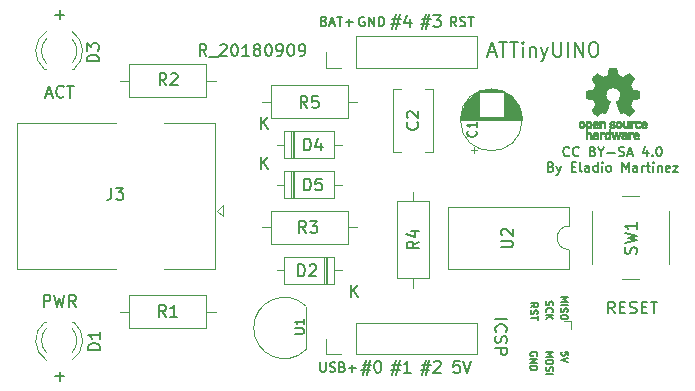
<source format=gbr>
G04 #@! TF.GenerationSoftware,KiCad,Pcbnew,(5.0.0)*
G04 #@! TF.CreationDate,2018-09-10T18:50:31-05:00*
G04 #@! TF.ProjectId,mini-attinyuino,6D696E692D617474696E7975696E6F2E,1.0*
G04 #@! TF.SameCoordinates,Original*
G04 #@! TF.FileFunction,Legend,Top*
G04 #@! TF.FilePolarity,Positive*
%FSLAX46Y46*%
G04 Gerber Fmt 4.6, Leading zero omitted, Abs format (unit mm)*
G04 Created by KiCad (PCBNEW (5.0.0)) date 09/10/18 18:50:31*
%MOMM*%
%LPD*%
G01*
G04 APERTURE LIST*
%ADD10C,0.127000*%
%ADD11C,0.200000*%
%ADD12C,0.120000*%
%ADD13C,0.010000*%
%ADD14C,0.150000*%
G04 APERTURE END LIST*
D10*
X136555831Y-108375457D02*
X136841545Y-108175457D01*
X136555831Y-108032600D02*
X137155831Y-108032600D01*
X137155831Y-108261171D01*
X137127260Y-108318314D01*
X137098688Y-108346886D01*
X137041545Y-108375457D01*
X136955831Y-108375457D01*
X136898688Y-108346886D01*
X136870117Y-108318314D01*
X136841545Y-108261171D01*
X136841545Y-108032600D01*
X136584402Y-108604029D02*
X136555831Y-108689743D01*
X136555831Y-108832600D01*
X136584402Y-108889743D01*
X136612974Y-108918314D01*
X136670117Y-108946886D01*
X136727260Y-108946886D01*
X136784402Y-108918314D01*
X136812974Y-108889743D01*
X136841545Y-108832600D01*
X136870117Y-108718314D01*
X136898688Y-108661171D01*
X136927260Y-108632600D01*
X136984402Y-108604029D01*
X137041545Y-108604029D01*
X137098688Y-108632600D01*
X137127260Y-108661171D01*
X137155831Y-108718314D01*
X137155831Y-108861171D01*
X137127260Y-108946886D01*
X137155831Y-109118314D02*
X137155831Y-109461171D01*
X136555831Y-109289743D02*
X137155831Y-109289743D01*
X137856942Y-107861171D02*
X137828371Y-107946885D01*
X137828371Y-108089742D01*
X137856942Y-108146885D01*
X137885514Y-108175457D01*
X137942657Y-108204028D01*
X137999800Y-108204028D01*
X138056942Y-108175457D01*
X138085514Y-108146885D01*
X138114085Y-108089742D01*
X138142657Y-107975457D01*
X138171228Y-107918314D01*
X138199800Y-107889742D01*
X138256942Y-107861171D01*
X138314085Y-107861171D01*
X138371228Y-107889742D01*
X138399800Y-107918314D01*
X138428371Y-107975457D01*
X138428371Y-108118314D01*
X138399800Y-108204028D01*
X137885514Y-108804028D02*
X137856942Y-108775457D01*
X137828371Y-108689742D01*
X137828371Y-108632600D01*
X137856942Y-108546885D01*
X137914085Y-108489742D01*
X137971228Y-108461171D01*
X138085514Y-108432600D01*
X138171228Y-108432600D01*
X138285514Y-108461171D01*
X138342657Y-108489742D01*
X138399800Y-108546885D01*
X138428371Y-108632600D01*
X138428371Y-108689742D01*
X138399800Y-108775457D01*
X138371228Y-108804028D01*
X137828371Y-109061171D02*
X138428371Y-109061171D01*
X137828371Y-109404028D02*
X138171228Y-109146885D01*
X138428371Y-109404028D02*
X138085514Y-109061171D01*
X139090751Y-107489742D02*
X139690751Y-107489742D01*
X139262180Y-107689742D01*
X139690751Y-107889742D01*
X139090751Y-107889742D01*
X139090751Y-108175457D02*
X139690751Y-108175457D01*
X139119322Y-108432600D02*
X139090751Y-108518314D01*
X139090751Y-108661171D01*
X139119322Y-108718314D01*
X139147894Y-108746885D01*
X139205037Y-108775457D01*
X139262180Y-108775457D01*
X139319322Y-108746885D01*
X139347894Y-108718314D01*
X139376465Y-108661171D01*
X139405037Y-108546885D01*
X139433608Y-108489742D01*
X139462180Y-108461171D01*
X139519322Y-108432600D01*
X139576465Y-108432600D01*
X139633608Y-108461171D01*
X139662180Y-108489742D01*
X139690751Y-108546885D01*
X139690751Y-108689742D01*
X139662180Y-108775457D01*
X139690751Y-109146885D02*
X139690751Y-109261171D01*
X139662180Y-109318314D01*
X139605037Y-109375457D01*
X139490751Y-109404028D01*
X139290751Y-109404028D01*
X139176465Y-109375457D01*
X139119322Y-109318314D01*
X139090751Y-109261171D01*
X139090751Y-109146885D01*
X139119322Y-109089742D01*
X139176465Y-109032600D01*
X139290751Y-109004028D01*
X139490751Y-109004028D01*
X139605037Y-109032600D01*
X139662180Y-109089742D01*
X139690751Y-109146885D01*
X137835991Y-112148102D02*
X138435991Y-112148102D01*
X138007420Y-112348102D01*
X138435991Y-112548102D01*
X137835991Y-112548102D01*
X138435991Y-112948102D02*
X138435991Y-113062388D01*
X138407420Y-113119531D01*
X138350277Y-113176674D01*
X138235991Y-113205245D01*
X138035991Y-113205245D01*
X137921705Y-113176674D01*
X137864562Y-113119531D01*
X137835991Y-113062388D01*
X137835991Y-112948102D01*
X137864562Y-112890960D01*
X137921705Y-112833817D01*
X138035991Y-112805245D01*
X138235991Y-112805245D01*
X138350277Y-112833817D01*
X138407420Y-112890960D01*
X138435991Y-112948102D01*
X137864562Y-113433817D02*
X137835991Y-113519531D01*
X137835991Y-113662388D01*
X137864562Y-113719531D01*
X137893134Y-113748102D01*
X137950277Y-113776674D01*
X138007420Y-113776674D01*
X138064562Y-113748102D01*
X138093134Y-113719531D01*
X138121705Y-113662388D01*
X138150277Y-113548102D01*
X138178848Y-113490960D01*
X138207420Y-113462388D01*
X138264562Y-113433817D01*
X138321705Y-113433817D01*
X138378848Y-113462388D01*
X138407420Y-113490960D01*
X138435991Y-113548102D01*
X138435991Y-113690960D01*
X138407420Y-113776674D01*
X137835991Y-114033817D02*
X138435991Y-114033817D01*
X137084080Y-112462388D02*
X137112651Y-112405245D01*
X137112651Y-112319531D01*
X137084080Y-112233816D01*
X137026937Y-112176673D01*
X136969794Y-112148102D01*
X136855508Y-112119531D01*
X136769794Y-112119531D01*
X136655508Y-112148102D01*
X136598365Y-112176673D01*
X136541222Y-112233816D01*
X136512651Y-112319531D01*
X136512651Y-112376673D01*
X136541222Y-112462388D01*
X136569794Y-112490959D01*
X136769794Y-112490959D01*
X136769794Y-112376673D01*
X136512651Y-112748102D02*
X137112651Y-112748102D01*
X136512651Y-113090959D01*
X137112651Y-113090959D01*
X136512651Y-113376673D02*
X137112651Y-113376673D01*
X137112651Y-113519531D01*
X137084080Y-113605245D01*
X137026937Y-113662388D01*
X136969794Y-113690959D01*
X136855508Y-113719531D01*
X136769794Y-113719531D01*
X136655508Y-113690959D01*
X136598365Y-113662388D01*
X136541222Y-113605245D01*
X136512651Y-113519531D01*
X136512651Y-113376673D01*
X139749171Y-112433817D02*
X139749171Y-112148103D01*
X139463457Y-112119531D01*
X139492028Y-112148103D01*
X139520600Y-112205245D01*
X139520600Y-112348103D01*
X139492028Y-112405245D01*
X139463457Y-112433817D01*
X139406314Y-112462388D01*
X139263457Y-112462388D01*
X139206314Y-112433817D01*
X139177742Y-112405245D01*
X139149171Y-112348103D01*
X139149171Y-112205245D01*
X139177742Y-112148103D01*
X139206314Y-112119531D01*
X139749171Y-112633817D02*
X139149171Y-112833817D01*
X139749171Y-113033817D01*
X130270304Y-84561284D02*
X130003638Y-84180332D01*
X129813161Y-84561284D02*
X129813161Y-83761284D01*
X130117923Y-83761284D01*
X130194114Y-83799380D01*
X130232209Y-83837475D01*
X130270304Y-83913665D01*
X130270304Y-84027951D01*
X130232209Y-84104141D01*
X130194114Y-84142237D01*
X130117923Y-84180332D01*
X129813161Y-84180332D01*
X130575066Y-84523189D02*
X130689352Y-84561284D01*
X130879828Y-84561284D01*
X130956019Y-84523189D01*
X130994114Y-84485094D01*
X131032209Y-84408903D01*
X131032209Y-84332713D01*
X130994114Y-84256522D01*
X130956019Y-84218427D01*
X130879828Y-84180332D01*
X130727447Y-84142237D01*
X130651257Y-84104141D01*
X130613161Y-84066046D01*
X130575066Y-83989856D01*
X130575066Y-83913665D01*
X130613161Y-83837475D01*
X130651257Y-83799380D01*
X130727447Y-83761284D01*
X130917923Y-83761284D01*
X131032209Y-83799380D01*
X131260780Y-83761284D02*
X131717923Y-83761284D01*
X131489352Y-84561284D02*
X131489352Y-83761284D01*
X127362365Y-83979094D02*
X128076651Y-83979094D01*
X127648080Y-83550522D02*
X127362365Y-84836237D01*
X127981413Y-84407665D02*
X127267127Y-84407665D01*
X127695699Y-84836237D02*
X127981413Y-83550522D01*
X128314746Y-83645760D02*
X128933794Y-83645760D01*
X128600460Y-84026713D01*
X128743318Y-84026713D01*
X128838556Y-84074332D01*
X128886175Y-84121951D01*
X128933794Y-84217189D01*
X128933794Y-84455284D01*
X128886175Y-84550522D01*
X128838556Y-84598141D01*
X128743318Y-84645760D01*
X128457603Y-84645760D01*
X128362365Y-84598141D01*
X128314746Y-84550522D01*
X124845225Y-83979094D02*
X125559511Y-83979094D01*
X125130940Y-83550522D02*
X124845225Y-84836237D01*
X125464273Y-84407665D02*
X124749987Y-84407665D01*
X125178559Y-84836237D02*
X125464273Y-83550522D01*
X126321416Y-83979094D02*
X126321416Y-84645760D01*
X126083320Y-83598141D02*
X125845225Y-84312427D01*
X126464273Y-84312427D01*
X122476336Y-83799380D02*
X122400145Y-83761284D01*
X122285860Y-83761284D01*
X122171574Y-83799380D01*
X122095383Y-83875570D01*
X122057288Y-83951760D01*
X122019193Y-84104141D01*
X122019193Y-84218427D01*
X122057288Y-84370808D01*
X122095383Y-84446999D01*
X122171574Y-84523189D01*
X122285860Y-84561284D01*
X122362050Y-84561284D01*
X122476336Y-84523189D01*
X122514431Y-84485094D01*
X122514431Y-84218427D01*
X122362050Y-84218427D01*
X122857288Y-84561284D02*
X122857288Y-83761284D01*
X123314431Y-84561284D01*
X123314431Y-83761284D01*
X123695383Y-84561284D02*
X123695383Y-83761284D01*
X123885860Y-83761284D01*
X124000145Y-83799380D01*
X124076336Y-83875570D01*
X124114431Y-83951760D01*
X124152526Y-84104141D01*
X124152526Y-84218427D01*
X124114431Y-84370808D01*
X124076336Y-84446999D01*
X124000145Y-84523189D01*
X123885860Y-84561284D01*
X123695383Y-84561284D01*
X119056285Y-84142237D02*
X119170571Y-84180332D01*
X119208666Y-84218427D01*
X119246761Y-84294618D01*
X119246761Y-84408903D01*
X119208666Y-84485094D01*
X119170571Y-84523189D01*
X119094380Y-84561284D01*
X118789619Y-84561284D01*
X118789619Y-83761284D01*
X119056285Y-83761284D01*
X119132476Y-83799380D01*
X119170571Y-83837475D01*
X119208666Y-83913665D01*
X119208666Y-83989856D01*
X119170571Y-84066046D01*
X119132476Y-84104141D01*
X119056285Y-84142237D01*
X118789619Y-84142237D01*
X119551523Y-84332713D02*
X119932476Y-84332713D01*
X119475333Y-84561284D02*
X119742000Y-83761284D01*
X120008666Y-84561284D01*
X120161047Y-83761284D02*
X120618190Y-83761284D01*
X120389619Y-84561284D02*
X120389619Y-83761284D01*
X120884857Y-84256522D02*
X121494380Y-84256522D01*
X121189619Y-84561284D02*
X121189619Y-83951760D01*
X130528083Y-112916720D02*
X130051893Y-112916720D01*
X130004274Y-113392911D01*
X130051893Y-113345292D01*
X130147131Y-113297673D01*
X130385226Y-113297673D01*
X130480464Y-113345292D01*
X130528083Y-113392911D01*
X130575702Y-113488149D01*
X130575702Y-113726244D01*
X130528083Y-113821482D01*
X130480464Y-113869101D01*
X130385226Y-113916720D01*
X130147131Y-113916720D01*
X130051893Y-113869101D01*
X130004274Y-113821482D01*
X130861417Y-112916720D02*
X131194750Y-113916720D01*
X131528083Y-112916720D01*
X127364905Y-113250054D02*
X128079191Y-113250054D01*
X127650620Y-112821482D02*
X127364905Y-114107197D01*
X127983953Y-113678625D02*
X127269667Y-113678625D01*
X127698239Y-114107197D02*
X127983953Y-112821482D01*
X128364905Y-113011959D02*
X128412524Y-112964340D01*
X128507762Y-112916720D01*
X128745858Y-112916720D01*
X128841096Y-112964340D01*
X128888715Y-113011959D01*
X128936334Y-113107197D01*
X128936334Y-113202435D01*
X128888715Y-113345292D01*
X128317286Y-113916720D01*
X128936334Y-113916720D01*
X124827445Y-113250054D02*
X125541731Y-113250054D01*
X125113160Y-112821482D02*
X124827445Y-114107197D01*
X125446493Y-113678625D02*
X124732207Y-113678625D01*
X125160779Y-114107197D02*
X125446493Y-112821482D01*
X126398874Y-113916720D02*
X125827445Y-113916720D01*
X126113160Y-113916720D02*
X126113160Y-112916720D01*
X126017921Y-113059578D01*
X125922683Y-113154816D01*
X125827445Y-113202435D01*
X122320465Y-113250054D02*
X123034751Y-113250054D01*
X122606180Y-112821482D02*
X122320465Y-114107197D01*
X122939513Y-113678625D02*
X122225227Y-113678625D01*
X122653799Y-114107197D02*
X122939513Y-112821482D01*
X123558560Y-112916720D02*
X123653799Y-112916720D01*
X123749037Y-112964340D01*
X123796656Y-113011959D01*
X123844275Y-113107197D01*
X123891894Y-113297673D01*
X123891894Y-113535768D01*
X123844275Y-113726244D01*
X123796656Y-113821482D01*
X123749037Y-113869101D01*
X123653799Y-113916720D01*
X123558560Y-113916720D01*
X123463322Y-113869101D01*
X123415703Y-113821482D01*
X123368084Y-113726244D01*
X123320465Y-113535768D01*
X123320465Y-113297673D01*
X123368084Y-113107197D01*
X123415703Y-113011959D01*
X123463322Y-112964340D01*
X123558560Y-112916720D01*
X118743918Y-113032244D02*
X118743918Y-113679863D01*
X118782013Y-113756054D01*
X118820108Y-113794149D01*
X118896299Y-113832244D01*
X119048680Y-113832244D01*
X119124870Y-113794149D01*
X119162965Y-113756054D01*
X119201060Y-113679863D01*
X119201060Y-113032244D01*
X119543918Y-113794149D02*
X119658203Y-113832244D01*
X119848680Y-113832244D01*
X119924870Y-113794149D01*
X119962965Y-113756054D01*
X120001060Y-113679863D01*
X120001060Y-113603673D01*
X119962965Y-113527482D01*
X119924870Y-113489387D01*
X119848680Y-113451292D01*
X119696299Y-113413197D01*
X119620108Y-113375101D01*
X119582013Y-113337006D01*
X119543918Y-113260816D01*
X119543918Y-113184625D01*
X119582013Y-113108435D01*
X119620108Y-113070340D01*
X119696299Y-113032244D01*
X119886775Y-113032244D01*
X120001060Y-113070340D01*
X120610584Y-113413197D02*
X120724870Y-113451292D01*
X120762965Y-113489387D01*
X120801060Y-113565578D01*
X120801060Y-113679863D01*
X120762965Y-113756054D01*
X120724870Y-113794149D01*
X120648680Y-113832244D01*
X120343918Y-113832244D01*
X120343918Y-113032244D01*
X120610584Y-113032244D01*
X120686775Y-113070340D01*
X120724870Y-113108435D01*
X120762965Y-113184625D01*
X120762965Y-113260816D01*
X120724870Y-113337006D01*
X120686775Y-113375101D01*
X120610584Y-113413197D01*
X120343918Y-113413197D01*
X121143918Y-113527482D02*
X121753441Y-113527482D01*
X121448680Y-113832244D02*
X121448680Y-113222720D01*
X96304147Y-114229188D02*
X97066052Y-114229188D01*
X96685100Y-114610140D02*
X96685100Y-113848236D01*
X95316206Y-108326180D02*
X95316206Y-107326180D01*
X95697159Y-107326180D01*
X95792397Y-107373800D01*
X95840016Y-107421419D01*
X95887635Y-107516657D01*
X95887635Y-107659514D01*
X95840016Y-107754752D01*
X95792397Y-107802371D01*
X95697159Y-107849990D01*
X95316206Y-107849990D01*
X96220968Y-107326180D02*
X96459063Y-108326180D01*
X96649540Y-107611895D01*
X96840016Y-108326180D01*
X97078111Y-107326180D01*
X98030492Y-108326180D02*
X97697159Y-107849990D01*
X97459063Y-108326180D02*
X97459063Y-107326180D01*
X97840016Y-107326180D01*
X97935254Y-107373800D01*
X97982873Y-107421419D01*
X98030492Y-107516657D01*
X98030492Y-107659514D01*
X97982873Y-107754752D01*
X97935254Y-107802371D01*
X97840016Y-107849990D01*
X97459063Y-107849990D01*
X96291447Y-83586628D02*
X97053352Y-83586628D01*
X96672400Y-83967580D02*
X96672400Y-83205676D01*
X95535572Y-90329046D02*
X96011762Y-90329046D01*
X95440334Y-90614760D02*
X95773667Y-89614760D01*
X96107000Y-90614760D01*
X97011762Y-90519522D02*
X96964143Y-90567141D01*
X96821286Y-90614760D01*
X96726048Y-90614760D01*
X96583191Y-90567141D01*
X96487953Y-90471903D01*
X96440334Y-90376665D01*
X96392715Y-90186189D01*
X96392715Y-90043332D01*
X96440334Y-89852856D01*
X96487953Y-89757618D01*
X96583191Y-89662380D01*
X96726048Y-89614760D01*
X96821286Y-89614760D01*
X96964143Y-89662380D01*
X97011762Y-89709999D01*
X97297477Y-89614760D02*
X97868905Y-89614760D01*
X97583191Y-90614760D02*
X97583191Y-89614760D01*
X109102243Y-87094320D02*
X108768910Y-86618130D01*
X108530815Y-87094320D02*
X108530815Y-86094320D01*
X108911767Y-86094320D01*
X109007005Y-86141940D01*
X109054624Y-86189559D01*
X109102243Y-86284797D01*
X109102243Y-86427654D01*
X109054624Y-86522892D01*
X109007005Y-86570511D01*
X108911767Y-86618130D01*
X108530815Y-86618130D01*
X109292719Y-87189559D02*
X110054624Y-87189559D01*
X110245100Y-86189559D02*
X110292719Y-86141940D01*
X110387957Y-86094320D01*
X110626053Y-86094320D01*
X110721291Y-86141940D01*
X110768910Y-86189559D01*
X110816529Y-86284797D01*
X110816529Y-86380035D01*
X110768910Y-86522892D01*
X110197481Y-87094320D01*
X110816529Y-87094320D01*
X111435576Y-86094320D02*
X111530815Y-86094320D01*
X111626053Y-86141940D01*
X111673672Y-86189559D01*
X111721291Y-86284797D01*
X111768910Y-86475273D01*
X111768910Y-86713368D01*
X111721291Y-86903844D01*
X111673672Y-86999082D01*
X111626053Y-87046701D01*
X111530815Y-87094320D01*
X111435576Y-87094320D01*
X111340338Y-87046701D01*
X111292719Y-86999082D01*
X111245100Y-86903844D01*
X111197481Y-86713368D01*
X111197481Y-86475273D01*
X111245100Y-86284797D01*
X111292719Y-86189559D01*
X111340338Y-86141940D01*
X111435576Y-86094320D01*
X112721291Y-87094320D02*
X112149862Y-87094320D01*
X112435576Y-87094320D02*
X112435576Y-86094320D01*
X112340338Y-86237178D01*
X112245100Y-86332416D01*
X112149862Y-86380035D01*
X113292719Y-86522892D02*
X113197481Y-86475273D01*
X113149862Y-86427654D01*
X113102243Y-86332416D01*
X113102243Y-86284797D01*
X113149862Y-86189559D01*
X113197481Y-86141940D01*
X113292719Y-86094320D01*
X113483196Y-86094320D01*
X113578434Y-86141940D01*
X113626053Y-86189559D01*
X113673672Y-86284797D01*
X113673672Y-86332416D01*
X113626053Y-86427654D01*
X113578434Y-86475273D01*
X113483196Y-86522892D01*
X113292719Y-86522892D01*
X113197481Y-86570511D01*
X113149862Y-86618130D01*
X113102243Y-86713368D01*
X113102243Y-86903844D01*
X113149862Y-86999082D01*
X113197481Y-87046701D01*
X113292719Y-87094320D01*
X113483196Y-87094320D01*
X113578434Y-87046701D01*
X113626053Y-86999082D01*
X113673672Y-86903844D01*
X113673672Y-86713368D01*
X113626053Y-86618130D01*
X113578434Y-86570511D01*
X113483196Y-86522892D01*
X114292719Y-86094320D02*
X114387957Y-86094320D01*
X114483196Y-86141940D01*
X114530815Y-86189559D01*
X114578434Y-86284797D01*
X114626053Y-86475273D01*
X114626053Y-86713368D01*
X114578434Y-86903844D01*
X114530815Y-86999082D01*
X114483196Y-87046701D01*
X114387957Y-87094320D01*
X114292719Y-87094320D01*
X114197481Y-87046701D01*
X114149862Y-86999082D01*
X114102243Y-86903844D01*
X114054624Y-86713368D01*
X114054624Y-86475273D01*
X114102243Y-86284797D01*
X114149862Y-86189559D01*
X114197481Y-86141940D01*
X114292719Y-86094320D01*
X115102243Y-87094320D02*
X115292719Y-87094320D01*
X115387957Y-87046701D01*
X115435576Y-86999082D01*
X115530815Y-86856225D01*
X115578434Y-86665749D01*
X115578434Y-86284797D01*
X115530815Y-86189559D01*
X115483196Y-86141940D01*
X115387957Y-86094320D01*
X115197481Y-86094320D01*
X115102243Y-86141940D01*
X115054624Y-86189559D01*
X115007005Y-86284797D01*
X115007005Y-86522892D01*
X115054624Y-86618130D01*
X115102243Y-86665749D01*
X115197481Y-86713368D01*
X115387957Y-86713368D01*
X115483196Y-86665749D01*
X115530815Y-86618130D01*
X115578434Y-86522892D01*
X116197481Y-86094320D02*
X116292719Y-86094320D01*
X116387957Y-86141940D01*
X116435576Y-86189559D01*
X116483196Y-86284797D01*
X116530815Y-86475273D01*
X116530815Y-86713368D01*
X116483196Y-86903844D01*
X116435576Y-86999082D01*
X116387957Y-87046701D01*
X116292719Y-87094320D01*
X116197481Y-87094320D01*
X116102243Y-87046701D01*
X116054624Y-86999082D01*
X116007005Y-86903844D01*
X115959386Y-86713368D01*
X115959386Y-86475273D01*
X116007005Y-86284797D01*
X116054624Y-86189559D01*
X116102243Y-86141940D01*
X116197481Y-86094320D01*
X117007005Y-87094320D02*
X117197481Y-87094320D01*
X117292719Y-87046701D01*
X117340338Y-86999082D01*
X117435576Y-86856225D01*
X117483196Y-86665749D01*
X117483196Y-86284797D01*
X117435576Y-86189559D01*
X117387957Y-86141940D01*
X117292719Y-86094320D01*
X117102243Y-86094320D01*
X117007005Y-86141940D01*
X116959386Y-86189559D01*
X116911767Y-86284797D01*
X116911767Y-86522892D01*
X116959386Y-86618130D01*
X117007005Y-86665749D01*
X117102243Y-86713368D01*
X117292719Y-86713368D01*
X117387957Y-86665749D01*
X117435576Y-86618130D01*
X117483196Y-86522892D01*
D11*
X132973760Y-86798760D02*
X133545188Y-86798760D01*
X132859474Y-87141617D02*
X133259474Y-85941617D01*
X133659474Y-87141617D01*
X133888045Y-85941617D02*
X134573760Y-85941617D01*
X134230903Y-87141617D02*
X134230903Y-85941617D01*
X134802331Y-85941617D02*
X135488045Y-85941617D01*
X135145188Y-87141617D02*
X135145188Y-85941617D01*
X135888045Y-87141617D02*
X135888045Y-86341617D01*
X135888045Y-85941617D02*
X135830903Y-85998760D01*
X135888045Y-86055902D01*
X135945188Y-85998760D01*
X135888045Y-85941617D01*
X135888045Y-86055902D01*
X136459474Y-86341617D02*
X136459474Y-87141617D01*
X136459474Y-86455902D02*
X136516617Y-86398760D01*
X136630903Y-86341617D01*
X136802331Y-86341617D01*
X136916617Y-86398760D01*
X136973760Y-86513045D01*
X136973760Y-87141617D01*
X137430903Y-86341617D02*
X137716617Y-87141617D01*
X138002331Y-86341617D02*
X137716617Y-87141617D01*
X137602331Y-87427331D01*
X137545188Y-87484474D01*
X137430903Y-87541617D01*
X138459474Y-85941617D02*
X138459474Y-86913045D01*
X138516617Y-87027331D01*
X138573760Y-87084474D01*
X138688045Y-87141617D01*
X138916617Y-87141617D01*
X139030903Y-87084474D01*
X139088045Y-87027331D01*
X139145188Y-86913045D01*
X139145188Y-85941617D01*
X139716617Y-87141617D02*
X139716617Y-85941617D01*
X140288045Y-87141617D02*
X140288045Y-85941617D01*
X140973760Y-87141617D01*
X140973760Y-85941617D01*
X141773760Y-85941617D02*
X142002331Y-85941617D01*
X142116617Y-85998760D01*
X142230903Y-86113045D01*
X142288045Y-86341617D01*
X142288045Y-86741617D01*
X142230903Y-86970188D01*
X142116617Y-87084474D01*
X142002331Y-87141617D01*
X141773760Y-87141617D01*
X141659474Y-87084474D01*
X141545188Y-86970188D01*
X141488045Y-86741617D01*
X141488045Y-86341617D01*
X141545188Y-86113045D01*
X141659474Y-85998760D01*
X141773760Y-85941617D01*
D10*
X139808409Y-95507020D02*
X139770314Y-95545115D01*
X139656028Y-95583210D01*
X139579838Y-95583210D01*
X139465552Y-95545115D01*
X139389361Y-95468925D01*
X139351266Y-95392734D01*
X139313171Y-95240353D01*
X139313171Y-95126067D01*
X139351266Y-94973686D01*
X139389361Y-94897496D01*
X139465552Y-94821306D01*
X139579838Y-94783210D01*
X139656028Y-94783210D01*
X139770314Y-94821306D01*
X139808409Y-94859401D01*
X140608409Y-95507020D02*
X140570314Y-95545115D01*
X140456028Y-95583210D01*
X140379838Y-95583210D01*
X140265552Y-95545115D01*
X140189361Y-95468925D01*
X140151266Y-95392734D01*
X140113171Y-95240353D01*
X140113171Y-95126067D01*
X140151266Y-94973686D01*
X140189361Y-94897496D01*
X140265552Y-94821306D01*
X140379838Y-94783210D01*
X140456028Y-94783210D01*
X140570314Y-94821306D01*
X140608409Y-94859401D01*
X141827457Y-95164163D02*
X141941742Y-95202258D01*
X141979838Y-95240353D01*
X142017933Y-95316544D01*
X142017933Y-95430829D01*
X141979838Y-95507020D01*
X141941742Y-95545115D01*
X141865552Y-95583210D01*
X141560790Y-95583210D01*
X141560790Y-94783210D01*
X141827457Y-94783210D01*
X141903647Y-94821306D01*
X141941742Y-94859401D01*
X141979838Y-94935591D01*
X141979838Y-95011782D01*
X141941742Y-95087972D01*
X141903647Y-95126067D01*
X141827457Y-95164163D01*
X141560790Y-95164163D01*
X142513171Y-95202258D02*
X142513171Y-95583210D01*
X142246504Y-94783210D02*
X142513171Y-95202258D01*
X142779838Y-94783210D01*
X143046504Y-95278448D02*
X143656028Y-95278448D01*
X143998885Y-95545115D02*
X144113171Y-95583210D01*
X144303647Y-95583210D01*
X144379838Y-95545115D01*
X144417933Y-95507020D01*
X144456028Y-95430829D01*
X144456028Y-95354639D01*
X144417933Y-95278448D01*
X144379838Y-95240353D01*
X144303647Y-95202258D01*
X144151266Y-95164163D01*
X144075076Y-95126067D01*
X144036980Y-95087972D01*
X143998885Y-95011782D01*
X143998885Y-94935591D01*
X144036980Y-94859401D01*
X144075076Y-94821306D01*
X144151266Y-94783210D01*
X144341742Y-94783210D01*
X144456028Y-94821306D01*
X144760790Y-95354639D02*
X145141742Y-95354639D01*
X144684600Y-95583210D02*
X144951266Y-94783210D01*
X145217933Y-95583210D01*
X146436980Y-95049877D02*
X146436980Y-95583210D01*
X146246504Y-94745115D02*
X146056028Y-95316544D01*
X146551266Y-95316544D01*
X146856028Y-95507020D02*
X146894123Y-95545115D01*
X146856028Y-95583210D01*
X146817933Y-95545115D01*
X146856028Y-95507020D01*
X146856028Y-95583210D01*
X147389361Y-94783210D02*
X147465552Y-94783210D01*
X147541742Y-94821306D01*
X147579838Y-94859401D01*
X147617933Y-94935591D01*
X147656028Y-95087972D01*
X147656028Y-95278448D01*
X147617933Y-95430829D01*
X147579838Y-95507020D01*
X147541742Y-95545115D01*
X147465552Y-95583210D01*
X147389361Y-95583210D01*
X147313171Y-95545115D01*
X147275076Y-95507020D01*
X147236980Y-95430829D01*
X147198885Y-95278448D01*
X147198885Y-95087972D01*
X147236980Y-94935591D01*
X147275076Y-94859401D01*
X147313171Y-94821306D01*
X147389361Y-94783210D01*
X138265552Y-96491163D02*
X138379838Y-96529258D01*
X138417933Y-96567353D01*
X138456028Y-96643544D01*
X138456028Y-96757829D01*
X138417933Y-96834020D01*
X138379838Y-96872115D01*
X138303647Y-96910210D01*
X137998885Y-96910210D01*
X137998885Y-96110210D01*
X138265552Y-96110210D01*
X138341742Y-96148306D01*
X138379838Y-96186401D01*
X138417933Y-96262591D01*
X138417933Y-96338782D01*
X138379838Y-96414972D01*
X138341742Y-96453067D01*
X138265552Y-96491163D01*
X137998885Y-96491163D01*
X138722695Y-96376877D02*
X138913171Y-96910210D01*
X139103647Y-96376877D02*
X138913171Y-96910210D01*
X138836980Y-97100686D01*
X138798885Y-97138782D01*
X138722695Y-97176877D01*
X140017933Y-96491163D02*
X140284600Y-96491163D01*
X140398885Y-96910210D02*
X140017933Y-96910210D01*
X140017933Y-96110210D01*
X140398885Y-96110210D01*
X140856028Y-96910210D02*
X140779838Y-96872115D01*
X140741742Y-96795925D01*
X140741742Y-96110210D01*
X141503647Y-96910210D02*
X141503647Y-96491163D01*
X141465552Y-96414972D01*
X141389361Y-96376877D01*
X141236980Y-96376877D01*
X141160790Y-96414972D01*
X141503647Y-96872115D02*
X141427457Y-96910210D01*
X141236980Y-96910210D01*
X141160790Y-96872115D01*
X141122695Y-96795925D01*
X141122695Y-96719734D01*
X141160790Y-96643544D01*
X141236980Y-96605448D01*
X141427457Y-96605448D01*
X141503647Y-96567353D01*
X142227457Y-96910210D02*
X142227457Y-96110210D01*
X142227457Y-96872115D02*
X142151266Y-96910210D01*
X141998885Y-96910210D01*
X141922695Y-96872115D01*
X141884600Y-96834020D01*
X141846504Y-96757829D01*
X141846504Y-96529258D01*
X141884600Y-96453067D01*
X141922695Y-96414972D01*
X141998885Y-96376877D01*
X142151266Y-96376877D01*
X142227457Y-96414972D01*
X142608409Y-96910210D02*
X142608409Y-96376877D01*
X142608409Y-96110210D02*
X142570314Y-96148306D01*
X142608409Y-96186401D01*
X142646504Y-96148306D01*
X142608409Y-96110210D01*
X142608409Y-96186401D01*
X143103647Y-96910210D02*
X143027457Y-96872115D01*
X142989361Y-96834020D01*
X142951266Y-96757829D01*
X142951266Y-96529258D01*
X142989361Y-96453067D01*
X143027457Y-96414972D01*
X143103647Y-96376877D01*
X143217933Y-96376877D01*
X143294123Y-96414972D01*
X143332219Y-96453067D01*
X143370314Y-96529258D01*
X143370314Y-96757829D01*
X143332219Y-96834020D01*
X143294123Y-96872115D01*
X143217933Y-96910210D01*
X143103647Y-96910210D01*
X144322695Y-96910210D02*
X144322695Y-96110210D01*
X144589361Y-96681639D01*
X144856028Y-96110210D01*
X144856028Y-96910210D01*
X145579838Y-96910210D02*
X145579838Y-96491163D01*
X145541742Y-96414972D01*
X145465552Y-96376877D01*
X145313171Y-96376877D01*
X145236980Y-96414972D01*
X145579838Y-96872115D02*
X145503647Y-96910210D01*
X145313171Y-96910210D01*
X145236980Y-96872115D01*
X145198885Y-96795925D01*
X145198885Y-96719734D01*
X145236980Y-96643544D01*
X145313171Y-96605448D01*
X145503647Y-96605448D01*
X145579838Y-96567353D01*
X145960790Y-96910210D02*
X145960790Y-96376877D01*
X145960790Y-96529258D02*
X145998885Y-96453067D01*
X146036980Y-96414972D01*
X146113171Y-96376877D01*
X146189361Y-96376877D01*
X146341742Y-96376877D02*
X146646504Y-96376877D01*
X146456028Y-96110210D02*
X146456028Y-96795925D01*
X146494123Y-96872115D01*
X146570314Y-96910210D01*
X146646504Y-96910210D01*
X146913171Y-96910210D02*
X146913171Y-96376877D01*
X146913171Y-96110210D02*
X146875076Y-96148306D01*
X146913171Y-96186401D01*
X146951266Y-96148306D01*
X146913171Y-96110210D01*
X146913171Y-96186401D01*
X147294123Y-96376877D02*
X147294123Y-96910210D01*
X147294123Y-96453067D02*
X147332219Y-96414972D01*
X147408409Y-96376877D01*
X147522695Y-96376877D01*
X147598885Y-96414972D01*
X147636980Y-96491163D01*
X147636980Y-96910210D01*
X148322695Y-96872115D02*
X148246504Y-96910210D01*
X148094123Y-96910210D01*
X148017933Y-96872115D01*
X147979838Y-96795925D01*
X147979838Y-96491163D01*
X148017933Y-96414972D01*
X148094123Y-96376877D01*
X148246504Y-96376877D01*
X148322695Y-96414972D01*
X148360790Y-96491163D01*
X148360790Y-96567353D01*
X147979838Y-96643544D01*
X148627457Y-96376877D02*
X149046504Y-96376877D01*
X148627457Y-96910210D01*
X149046504Y-96910210D01*
X143657819Y-108900220D02*
X143324485Y-108424030D01*
X143086390Y-108900220D02*
X143086390Y-107900220D01*
X143467342Y-107900220D01*
X143562580Y-107947840D01*
X143610200Y-107995459D01*
X143657819Y-108090697D01*
X143657819Y-108233554D01*
X143610200Y-108328792D01*
X143562580Y-108376411D01*
X143467342Y-108424030D01*
X143086390Y-108424030D01*
X144086390Y-108376411D02*
X144419723Y-108376411D01*
X144562580Y-108900220D02*
X144086390Y-108900220D01*
X144086390Y-107900220D01*
X144562580Y-107900220D01*
X144943533Y-108852601D02*
X145086390Y-108900220D01*
X145324485Y-108900220D01*
X145419723Y-108852601D01*
X145467342Y-108804982D01*
X145514961Y-108709744D01*
X145514961Y-108614506D01*
X145467342Y-108519268D01*
X145419723Y-108471649D01*
X145324485Y-108424030D01*
X145134009Y-108376411D01*
X145038771Y-108328792D01*
X144991152Y-108281173D01*
X144943533Y-108185935D01*
X144943533Y-108090697D01*
X144991152Y-107995459D01*
X145038771Y-107947840D01*
X145134009Y-107900220D01*
X145372104Y-107900220D01*
X145514961Y-107947840D01*
X145943533Y-108376411D02*
X146276866Y-108376411D01*
X146419723Y-108900220D02*
X145943533Y-108900220D01*
X145943533Y-107900220D01*
X146419723Y-107900220D01*
X146705438Y-107900220D02*
X147276866Y-107900220D01*
X146991152Y-108900220D02*
X146991152Y-107900220D01*
X133527539Y-109399889D02*
X134527539Y-109399889D01*
X133622777Y-110447508D02*
X133575158Y-110399889D01*
X133527539Y-110257032D01*
X133527539Y-110161794D01*
X133575158Y-110018937D01*
X133670396Y-109923699D01*
X133765634Y-109876080D01*
X133956110Y-109828460D01*
X134098967Y-109828460D01*
X134289443Y-109876080D01*
X134384681Y-109923699D01*
X134479920Y-110018937D01*
X134527539Y-110161794D01*
X134527539Y-110257032D01*
X134479920Y-110399889D01*
X134432300Y-110447508D01*
X133575158Y-110828460D02*
X133527539Y-110971318D01*
X133527539Y-111209413D01*
X133575158Y-111304651D01*
X133622777Y-111352270D01*
X133718015Y-111399889D01*
X133813253Y-111399889D01*
X133908491Y-111352270D01*
X133956110Y-111304651D01*
X134003729Y-111209413D01*
X134051348Y-111018937D01*
X134098967Y-110923699D01*
X134146586Y-110876080D01*
X134241824Y-110828460D01*
X134337062Y-110828460D01*
X134432300Y-110876080D01*
X134479920Y-110923699D01*
X134527539Y-111018937D01*
X134527539Y-111257032D01*
X134479920Y-111399889D01*
X133527539Y-111828460D02*
X134527539Y-111828460D01*
X134527539Y-112209413D01*
X134479920Y-112304651D01*
X134432300Y-112352270D01*
X134337062Y-112399889D01*
X134194205Y-112399889D01*
X134098967Y-112352270D01*
X134051348Y-112304651D01*
X134003729Y-112209413D01*
X134003729Y-111828460D01*
D12*
G04 #@! TO.C,J1*
X132004000Y-112353000D02*
X132004000Y-109693000D01*
X121784000Y-112353000D02*
X132004000Y-112353000D01*
X121784000Y-109693000D02*
X132004000Y-109693000D01*
X121784000Y-112353000D02*
X121784000Y-109693000D01*
X120514000Y-112353000D02*
X119184000Y-112353000D01*
X119184000Y-112353000D02*
X119184000Y-111023000D01*
G04 #@! TO.C,C1*
X135835000Y-92503800D02*
G75*
G03X135835000Y-92503800I-2620000J0D01*
G01*
X130635000Y-92503800D02*
X135795000Y-92503800D01*
X130635000Y-92463800D02*
X135795000Y-92463800D01*
X130636000Y-92423800D02*
X135794000Y-92423800D01*
X130637000Y-92383800D02*
X135793000Y-92383800D01*
X130639000Y-92343800D02*
X135791000Y-92343800D01*
X130642000Y-92303800D02*
X135788000Y-92303800D01*
X130646000Y-92263800D02*
X132175000Y-92263800D01*
X134255000Y-92263800D02*
X135784000Y-92263800D01*
X130650000Y-92223800D02*
X132175000Y-92223800D01*
X134255000Y-92223800D02*
X135780000Y-92223800D01*
X130654000Y-92183800D02*
X132175000Y-92183800D01*
X134255000Y-92183800D02*
X135776000Y-92183800D01*
X130659000Y-92143800D02*
X132175000Y-92143800D01*
X134255000Y-92143800D02*
X135771000Y-92143800D01*
X130665000Y-92103800D02*
X132175000Y-92103800D01*
X134255000Y-92103800D02*
X135765000Y-92103800D01*
X130672000Y-92063800D02*
X132175000Y-92063800D01*
X134255000Y-92063800D02*
X135758000Y-92063800D01*
X130679000Y-92023800D02*
X132175000Y-92023800D01*
X134255000Y-92023800D02*
X135751000Y-92023800D01*
X130687000Y-91983800D02*
X132175000Y-91983800D01*
X134255000Y-91983800D02*
X135743000Y-91983800D01*
X130695000Y-91943800D02*
X132175000Y-91943800D01*
X134255000Y-91943800D02*
X135735000Y-91943800D01*
X130704000Y-91903800D02*
X132175000Y-91903800D01*
X134255000Y-91903800D02*
X135726000Y-91903800D01*
X130714000Y-91863800D02*
X132175000Y-91863800D01*
X134255000Y-91863800D02*
X135716000Y-91863800D01*
X130724000Y-91823800D02*
X132175000Y-91823800D01*
X134255000Y-91823800D02*
X135706000Y-91823800D01*
X130735000Y-91782800D02*
X132175000Y-91782800D01*
X134255000Y-91782800D02*
X135695000Y-91782800D01*
X130747000Y-91742800D02*
X132175000Y-91742800D01*
X134255000Y-91742800D02*
X135683000Y-91742800D01*
X130760000Y-91702800D02*
X132175000Y-91702800D01*
X134255000Y-91702800D02*
X135670000Y-91702800D01*
X130773000Y-91662800D02*
X132175000Y-91662800D01*
X134255000Y-91662800D02*
X135657000Y-91662800D01*
X130787000Y-91622800D02*
X132175000Y-91622800D01*
X134255000Y-91622800D02*
X135643000Y-91622800D01*
X130801000Y-91582800D02*
X132175000Y-91582800D01*
X134255000Y-91582800D02*
X135629000Y-91582800D01*
X130817000Y-91542800D02*
X132175000Y-91542800D01*
X134255000Y-91542800D02*
X135613000Y-91542800D01*
X130833000Y-91502800D02*
X132175000Y-91502800D01*
X134255000Y-91502800D02*
X135597000Y-91502800D01*
X130850000Y-91462800D02*
X132175000Y-91462800D01*
X134255000Y-91462800D02*
X135580000Y-91462800D01*
X130867000Y-91422800D02*
X132175000Y-91422800D01*
X134255000Y-91422800D02*
X135563000Y-91422800D01*
X130886000Y-91382800D02*
X132175000Y-91382800D01*
X134255000Y-91382800D02*
X135544000Y-91382800D01*
X130905000Y-91342800D02*
X132175000Y-91342800D01*
X134255000Y-91342800D02*
X135525000Y-91342800D01*
X130925000Y-91302800D02*
X132175000Y-91302800D01*
X134255000Y-91302800D02*
X135505000Y-91302800D01*
X130947000Y-91262800D02*
X132175000Y-91262800D01*
X134255000Y-91262800D02*
X135483000Y-91262800D01*
X130968000Y-91222800D02*
X132175000Y-91222800D01*
X134255000Y-91222800D02*
X135462000Y-91222800D01*
X130991000Y-91182800D02*
X132175000Y-91182800D01*
X134255000Y-91182800D02*
X135439000Y-91182800D01*
X131015000Y-91142800D02*
X132175000Y-91142800D01*
X134255000Y-91142800D02*
X135415000Y-91142800D01*
X131040000Y-91102800D02*
X132175000Y-91102800D01*
X134255000Y-91102800D02*
X135390000Y-91102800D01*
X131066000Y-91062800D02*
X132175000Y-91062800D01*
X134255000Y-91062800D02*
X135364000Y-91062800D01*
X131093000Y-91022800D02*
X132175000Y-91022800D01*
X134255000Y-91022800D02*
X135337000Y-91022800D01*
X131120000Y-90982800D02*
X132175000Y-90982800D01*
X134255000Y-90982800D02*
X135310000Y-90982800D01*
X131150000Y-90942800D02*
X132175000Y-90942800D01*
X134255000Y-90942800D02*
X135280000Y-90942800D01*
X131180000Y-90902800D02*
X132175000Y-90902800D01*
X134255000Y-90902800D02*
X135250000Y-90902800D01*
X131211000Y-90862800D02*
X132175000Y-90862800D01*
X134255000Y-90862800D02*
X135219000Y-90862800D01*
X131244000Y-90822800D02*
X132175000Y-90822800D01*
X134255000Y-90822800D02*
X135186000Y-90822800D01*
X131278000Y-90782800D02*
X132175000Y-90782800D01*
X134255000Y-90782800D02*
X135152000Y-90782800D01*
X131314000Y-90742800D02*
X132175000Y-90742800D01*
X134255000Y-90742800D02*
X135116000Y-90742800D01*
X131351000Y-90702800D02*
X132175000Y-90702800D01*
X134255000Y-90702800D02*
X135079000Y-90702800D01*
X131389000Y-90662800D02*
X132175000Y-90662800D01*
X134255000Y-90662800D02*
X135041000Y-90662800D01*
X131430000Y-90622800D02*
X132175000Y-90622800D01*
X134255000Y-90622800D02*
X135000000Y-90622800D01*
X131472000Y-90582800D02*
X132175000Y-90582800D01*
X134255000Y-90582800D02*
X134958000Y-90582800D01*
X131516000Y-90542800D02*
X132175000Y-90542800D01*
X134255000Y-90542800D02*
X134914000Y-90542800D01*
X131562000Y-90502800D02*
X132175000Y-90502800D01*
X134255000Y-90502800D02*
X134868000Y-90502800D01*
X131610000Y-90462800D02*
X132175000Y-90462800D01*
X134255000Y-90462800D02*
X134820000Y-90462800D01*
X131661000Y-90422800D02*
X132175000Y-90422800D01*
X134255000Y-90422800D02*
X134769000Y-90422800D01*
X131715000Y-90382800D02*
X132175000Y-90382800D01*
X134255000Y-90382800D02*
X134715000Y-90382800D01*
X131772000Y-90342800D02*
X132175000Y-90342800D01*
X134255000Y-90342800D02*
X134658000Y-90342800D01*
X131832000Y-90302800D02*
X132175000Y-90302800D01*
X134255000Y-90302800D02*
X134598000Y-90302800D01*
X131896000Y-90262800D02*
X132175000Y-90262800D01*
X134255000Y-90262800D02*
X134534000Y-90262800D01*
X131964000Y-90222800D02*
X132175000Y-90222800D01*
X134255000Y-90222800D02*
X134466000Y-90222800D01*
X132037000Y-90182800D02*
X134393000Y-90182800D01*
X132117000Y-90142800D02*
X134313000Y-90142800D01*
X132204000Y-90102800D02*
X134226000Y-90102800D01*
X132300000Y-90062800D02*
X134130000Y-90062800D01*
X132410000Y-90022800D02*
X134020000Y-90022800D01*
X132538000Y-89982800D02*
X133892000Y-89982800D01*
X132697000Y-89942800D02*
X133733000Y-89942800D01*
X132931000Y-89902800D02*
X133499000Y-89902800D01*
X131740000Y-95308575D02*
X131740000Y-94808575D01*
X131490000Y-95058575D02*
X131990000Y-95058575D01*
G04 #@! TO.C,C2*
X124870000Y-95218700D02*
X124870000Y-89878700D01*
X128312000Y-95218700D02*
X128312000Y-89878700D01*
X124870000Y-95218700D02*
X125536000Y-95218700D01*
X127646000Y-95218700D02*
X128312000Y-95218700D01*
X124870000Y-89878700D02*
X125536000Y-89878700D01*
X127646000Y-89878700D02*
X128312000Y-89878700D01*
G04 #@! TO.C,D1*
X97710408Y-112855335D02*
G75*
G03X97867316Y-109623000I-1078608J1672335D01*
G01*
X95553192Y-112855335D02*
G75*
G02X95396284Y-109623000I1078608J1672335D01*
G01*
X97711637Y-112224130D02*
G75*
G03X97711800Y-110142039I-1079837J1041130D01*
G01*
X95551963Y-112224130D02*
G75*
G02X95551800Y-110142039I1079837J1041130D01*
G01*
X97867800Y-109623000D02*
X97711800Y-109623000D01*
X95551800Y-109623000D02*
X95395800Y-109623000D01*
G04 #@! TO.C,D2*
X119933000Y-106376000D02*
X119933000Y-104136000D01*
X119933000Y-104136000D02*
X115693000Y-104136000D01*
X115693000Y-104136000D02*
X115693000Y-106376000D01*
X115693000Y-106376000D02*
X119933000Y-106376000D01*
X120583000Y-105256000D02*
X119933000Y-105256000D01*
X115043000Y-105256000D02*
X115693000Y-105256000D01*
X119213000Y-106376000D02*
X119213000Y-104136000D01*
X119093000Y-106376000D02*
X119093000Y-104136000D01*
X119333000Y-106376000D02*
X119333000Y-104136000D01*
G04 #@! TO.C,D3*
X97711800Y-88240500D02*
X97867800Y-88240500D01*
X95395800Y-88240500D02*
X95551800Y-88240500D01*
X97711637Y-85639370D02*
G75*
G02X97711800Y-87721461I-1079837J-1041130D01*
G01*
X95551963Y-85639370D02*
G75*
G03X95551800Y-87721461I1079837J-1041130D01*
G01*
X97710408Y-85008165D02*
G75*
G02X97867316Y-88240500I-1078608J-1672335D01*
G01*
X95553192Y-85008165D02*
G75*
G03X95396284Y-88240500I1078608J-1672335D01*
G01*
G04 #@! TO.C,D4*
X115693000Y-93472300D02*
X115693000Y-95712300D01*
X115693000Y-95712300D02*
X119933000Y-95712300D01*
X119933000Y-95712300D02*
X119933000Y-93472300D01*
X119933000Y-93472300D02*
X115693000Y-93472300D01*
X115043000Y-94592300D02*
X115693000Y-94592300D01*
X120583000Y-94592300D02*
X119933000Y-94592300D01*
X116413000Y-93472300D02*
X116413000Y-95712300D01*
X116533000Y-93472300D02*
X116533000Y-95712300D01*
X116293000Y-93472300D02*
X116293000Y-95712300D01*
G04 #@! TO.C,D5*
X116293000Y-96860300D02*
X116293000Y-99100300D01*
X116533000Y-96860300D02*
X116533000Y-99100300D01*
X116413000Y-96860300D02*
X116413000Y-99100300D01*
X120583000Y-97980300D02*
X119933000Y-97980300D01*
X115043000Y-97980300D02*
X115693000Y-97980300D01*
X119933000Y-96860300D02*
X115693000Y-96860300D01*
X119933000Y-99100300D02*
X119933000Y-96860300D01*
X115693000Y-99100300D02*
X119933000Y-99100300D01*
X115693000Y-96860300D02*
X115693000Y-99100300D01*
G04 #@! TO.C,J2*
X119184000Y-88096400D02*
X119184000Y-86766400D01*
X120514000Y-88096400D02*
X119184000Y-88096400D01*
X121784000Y-88096400D02*
X121784000Y-85436400D01*
X121784000Y-85436400D02*
X132004000Y-85436400D01*
X121784000Y-88096400D02*
X132004000Y-88096400D01*
X132004000Y-88096400D02*
X132004000Y-85436400D01*
G04 #@! TO.C,J3*
X105544000Y-105092000D02*
X109804000Y-105092000D01*
X109804000Y-105092000D02*
X109804000Y-92772000D01*
X109804000Y-92772000D02*
X105544000Y-92772000D01*
X101444000Y-105092000D02*
X93084000Y-105092000D01*
X93084000Y-105092000D02*
X93084000Y-92772000D01*
X93084000Y-92772000D02*
X101444000Y-92772000D01*
X110024000Y-100182000D02*
X110524000Y-100682000D01*
X110524000Y-100682000D02*
X110524000Y-99682000D01*
X110524000Y-99682000D02*
X110024000Y-100182000D01*
G04 #@! TO.C,P1*
X139982000Y-109553000D02*
X139982000Y-110188000D01*
X139347000Y-109553000D02*
X139982000Y-109553000D01*
G04 #@! TO.C,R1*
X102562000Y-107365000D02*
X102562000Y-110105000D01*
X102562000Y-110105000D02*
X109102000Y-110105000D01*
X109102000Y-110105000D02*
X109102000Y-107365000D01*
X109102000Y-107365000D02*
X102562000Y-107365000D01*
X101792000Y-108735000D02*
X102562000Y-108735000D01*
X109872000Y-108735000D02*
X109102000Y-108735000D01*
G04 #@! TO.C,R2*
X102562000Y-87809400D02*
X102562000Y-90549400D01*
X102562000Y-90549400D02*
X109102000Y-90549400D01*
X109102000Y-90549400D02*
X109102000Y-87809400D01*
X109102000Y-87809400D02*
X102562000Y-87809400D01*
X101792000Y-89179400D02*
X102562000Y-89179400D01*
X109872000Y-89179400D02*
X109102000Y-89179400D01*
G04 #@! TO.C,R3*
X114543000Y-100248000D02*
X114543000Y-102988000D01*
X114543000Y-102988000D02*
X121083000Y-102988000D01*
X121083000Y-102988000D02*
X121083000Y-100248000D01*
X121083000Y-100248000D02*
X114543000Y-100248000D01*
X113773000Y-101618000D02*
X114543000Y-101618000D01*
X121853000Y-101618000D02*
X121083000Y-101618000D01*
G04 #@! TO.C,R4*
X126591000Y-98621000D02*
X126591000Y-99391000D01*
X126591000Y-106701000D02*
X126591000Y-105931000D01*
X125221000Y-99391000D02*
X125221000Y-105931000D01*
X127961000Y-99391000D02*
X125221000Y-99391000D01*
X127961000Y-105931000D02*
X127961000Y-99391000D01*
X125221000Y-105931000D02*
X127961000Y-105931000D01*
G04 #@! TO.C,R5*
X121853000Y-90954400D02*
X121083000Y-90954400D01*
X113773000Y-90954400D02*
X114543000Y-90954400D01*
X121083000Y-89584400D02*
X114543000Y-89584400D01*
X121083000Y-92324400D02*
X121083000Y-89584400D01*
X114543000Y-92324400D02*
X121083000Y-92324400D01*
X114543000Y-89584400D02*
X114543000Y-92324400D01*
G04 #@! TO.C,SW1*
X141744000Y-100236600D02*
X141744000Y-104736600D01*
X145744000Y-98986600D02*
X144244000Y-98986600D01*
X148244000Y-104736600D02*
X148244000Y-100236600D01*
X144244000Y-105986600D02*
X145744000Y-105986600D01*
G04 #@! TO.C,U1*
X117548000Y-111924000D02*
X117548000Y-108324000D01*
X117536478Y-111962478D02*
G75*
G02X113098000Y-110124000I-1838478J1838478D01*
G01*
X117536478Y-108285522D02*
G75*
G03X113098000Y-110124000I-1838478J-1838478D01*
G01*
G04 #@! TO.C,U2*
X139797000Y-103496600D02*
G75*
G02X139797000Y-101496600I0J1000000D01*
G01*
X139797000Y-101496600D02*
X139797000Y-99846600D01*
X139797000Y-99846600D02*
X129517000Y-99846600D01*
X129517000Y-99846600D02*
X129517000Y-105146600D01*
X129517000Y-105146600D02*
X139797000Y-105146600D01*
X139797000Y-105146600D02*
X139797000Y-103496600D01*
D13*
G04 #@! TO.C,REF01*
G36*
X143869877Y-88435375D02*
X143926725Y-88736927D01*
X144346251Y-88909869D01*
X144597897Y-88738752D01*
X144668371Y-88691107D01*
X144732076Y-88648567D01*
X144786039Y-88613072D01*
X144827286Y-88586567D01*
X144852847Y-88570993D01*
X144859808Y-88567635D01*
X144872348Y-88576271D01*
X144899144Y-88600149D01*
X144937193Y-88636216D01*
X144983492Y-88681424D01*
X145035036Y-88732721D01*
X145088822Y-88787058D01*
X145141848Y-88841385D01*
X145191108Y-88892652D01*
X145233600Y-88937808D01*
X145266320Y-88973803D01*
X145286264Y-88997587D01*
X145291032Y-89005547D01*
X145284170Y-89020222D01*
X145264933Y-89052371D01*
X145235343Y-89098849D01*
X145197423Y-89156513D01*
X145153195Y-89222217D01*
X145127567Y-89259693D01*
X145080854Y-89328125D01*
X145039345Y-89389877D01*
X145005053Y-89441876D01*
X144979993Y-89481049D01*
X144966177Y-89504322D01*
X144964101Y-89509212D01*
X144968808Y-89523112D01*
X144981636Y-89555507D01*
X145000651Y-89601842D01*
X145023916Y-89657563D01*
X145049497Y-89718115D01*
X145075458Y-89778943D01*
X145099863Y-89835493D01*
X145120776Y-89883209D01*
X145136262Y-89917538D01*
X145144385Y-89933925D01*
X145144865Y-89934569D01*
X145157620Y-89937698D01*
X145191590Y-89944678D01*
X145243253Y-89954824D01*
X145309089Y-89967449D01*
X145385577Y-89981866D01*
X145430203Y-89990180D01*
X145511934Y-90005741D01*
X145585756Y-90020549D01*
X145647934Y-90033793D01*
X145694735Y-90044662D01*
X145722422Y-90052346D01*
X145727987Y-90054784D01*
X145733439Y-90071287D01*
X145737837Y-90108557D01*
X145741185Y-90162237D01*
X145743487Y-90227969D01*
X145744745Y-90301394D01*
X145744961Y-90378153D01*
X145744140Y-90453889D01*
X145742284Y-90524243D01*
X145739395Y-90584857D01*
X145735478Y-90631373D01*
X145730535Y-90659432D01*
X145727570Y-90665273D01*
X145709847Y-90672274D01*
X145672294Y-90682284D01*
X145619877Y-90694126D01*
X145557565Y-90706624D01*
X145535813Y-90710667D01*
X145430937Y-90729877D01*
X145348093Y-90745348D01*
X145284543Y-90757694D01*
X145237550Y-90767530D01*
X145204376Y-90775471D01*
X145182284Y-90782133D01*
X145168537Y-90788130D01*
X145160397Y-90794076D01*
X145159258Y-90795251D01*
X145147890Y-90814183D01*
X145130548Y-90851026D01*
X145108963Y-90901270D01*
X145084867Y-90960403D01*
X145059992Y-91023913D01*
X145036070Y-91087289D01*
X145014832Y-91146019D01*
X144998010Y-91195592D01*
X144987335Y-91231496D01*
X144984540Y-91249219D01*
X144984773Y-91249840D01*
X144994244Y-91264327D01*
X145015731Y-91296201D01*
X145046976Y-91342146D01*
X145085720Y-91398842D01*
X145129706Y-91462974D01*
X145142232Y-91481199D01*
X145186897Y-91547271D01*
X145226201Y-91607557D01*
X145258001Y-91658592D01*
X145280158Y-91696917D01*
X145290530Y-91719068D01*
X145291032Y-91721789D01*
X145282318Y-91736093D01*
X145258238Y-91764429D01*
X145221889Y-91803753D01*
X145176366Y-91851018D01*
X145124765Y-91903180D01*
X145070180Y-91957192D01*
X145015707Y-92010010D01*
X144964442Y-92058588D01*
X144919480Y-92099880D01*
X144883917Y-92130842D01*
X144860848Y-92148427D01*
X144854467Y-92151298D01*
X144839612Y-92144535D01*
X144809199Y-92126296D01*
X144768181Y-92099654D01*
X144736622Y-92078209D01*
X144679438Y-92038860D01*
X144611719Y-91992528D01*
X144543793Y-91946270D01*
X144507274Y-91921512D01*
X144383665Y-91837904D01*
X144279904Y-91894007D01*
X144232633Y-91918585D01*
X144192436Y-91937688D01*
X144165239Y-91948584D01*
X144158315Y-91950100D01*
X144149990Y-91938906D01*
X144133567Y-91907274D01*
X144110270Y-91858122D01*
X144081327Y-91794367D01*
X144047963Y-91718928D01*
X144011404Y-91634721D01*
X143972877Y-91544665D01*
X143933607Y-91451678D01*
X143894821Y-91358677D01*
X143857743Y-91268580D01*
X143823602Y-91184305D01*
X143793621Y-91108770D01*
X143769029Y-91044891D01*
X143751049Y-90995588D01*
X143740910Y-90963778D01*
X143739279Y-90952853D01*
X143752204Y-90938918D01*
X143780502Y-90916297D01*
X143818259Y-90889690D01*
X143821428Y-90887585D01*
X143919013Y-90809471D01*
X143997699Y-90718339D01*
X144056804Y-90617102D01*
X144095645Y-90508675D01*
X144113541Y-90395971D01*
X144109810Y-90281905D01*
X144083770Y-90169391D01*
X144034738Y-90061342D01*
X144020313Y-90037702D01*
X143945282Y-89942244D01*
X143856643Y-89865589D01*
X143757462Y-89808137D01*
X143650808Y-89770286D01*
X143539749Y-89752435D01*
X143427352Y-89754982D01*
X143316686Y-89778327D01*
X143210819Y-89822867D01*
X143112818Y-89889002D01*
X143082503Y-89915844D01*
X143005351Y-89999869D01*
X142949131Y-90088323D01*
X142910566Y-90187472D01*
X142889087Y-90285660D01*
X142883785Y-90396054D01*
X142901465Y-90506997D01*
X142940332Y-90614738D01*
X142998590Y-90715526D01*
X143074444Y-90805613D01*
X143166096Y-90881249D01*
X143178141Y-90889221D01*
X143216302Y-90915331D01*
X143245312Y-90937952D01*
X143259181Y-90952396D01*
X143259382Y-90952853D01*
X143256405Y-90968478D01*
X143244602Y-91003939D01*
X143225199Y-91056319D01*
X143199425Y-91122702D01*
X143168504Y-91200171D01*
X143133664Y-91285807D01*
X143096130Y-91376694D01*
X143057130Y-91469916D01*
X143017890Y-91562554D01*
X142979637Y-91651692D01*
X142943596Y-91734412D01*
X142910996Y-91807798D01*
X142883061Y-91868932D01*
X142861018Y-91914898D01*
X142846095Y-91942778D01*
X142840085Y-91950100D01*
X142821722Y-91944398D01*
X142787361Y-91929106D01*
X142742929Y-91906956D01*
X142718496Y-91894007D01*
X142614735Y-91837904D01*
X142491126Y-91921512D01*
X142428027Y-91964344D01*
X142358943Y-92011479D01*
X142294206Y-92055860D01*
X142261779Y-92078209D01*
X142216172Y-92108834D01*
X142177553Y-92133104D01*
X142150961Y-92147944D01*
X142142323Y-92151081D01*
X142129752Y-92142618D01*
X142101929Y-92118993D01*
X142061552Y-92082659D01*
X142011318Y-92036068D01*
X141953925Y-91981674D01*
X141917627Y-91946749D01*
X141854123Y-91884353D01*
X141799240Y-91828545D01*
X141755199Y-91781711D01*
X141724218Y-91746239D01*
X141708515Y-91724518D01*
X141707008Y-91720109D01*
X141713999Y-91703342D01*
X141733319Y-91669439D01*
X141762822Y-91621833D01*
X141800368Y-91563956D01*
X141843813Y-91499241D01*
X141856168Y-91481199D01*
X141901186Y-91415624D01*
X141941573Y-91356585D01*
X141975073Y-91307399D01*
X141999427Y-91271385D01*
X142012377Y-91251859D01*
X142013628Y-91249840D01*
X142011757Y-91234279D01*
X142001826Y-91200066D01*
X141985566Y-91151712D01*
X141964708Y-91093728D01*
X141940986Y-91030627D01*
X141916129Y-90966920D01*
X141891871Y-90907118D01*
X141869942Y-90855733D01*
X141852075Y-90817276D01*
X141840000Y-90796259D01*
X141839142Y-90795251D01*
X141831759Y-90789245D01*
X141819288Y-90783305D01*
X141798993Y-90776817D01*
X141768135Y-90769166D01*
X141723979Y-90759737D01*
X141663787Y-90747916D01*
X141584820Y-90733086D01*
X141484343Y-90714634D01*
X141462588Y-90710667D01*
X141398111Y-90698210D01*
X141341902Y-90686023D01*
X141298926Y-90675283D01*
X141274153Y-90667166D01*
X141270831Y-90665273D01*
X141265357Y-90648495D01*
X141260907Y-90611002D01*
X141257485Y-90557151D01*
X141255094Y-90491301D01*
X141253736Y-90417810D01*
X141253414Y-90341037D01*
X141254132Y-90265340D01*
X141255892Y-90195077D01*
X141258697Y-90134607D01*
X141262551Y-90088287D01*
X141267456Y-90060476D01*
X141270413Y-90054784D01*
X141286876Y-90049043D01*
X141324362Y-90039702D01*
X141379138Y-90027572D01*
X141447468Y-90013464D01*
X141525619Y-89998187D01*
X141568197Y-89990180D01*
X141648984Y-89975078D01*
X141721026Y-89961397D01*
X141780802Y-89949824D01*
X141824792Y-89941044D01*
X141849474Y-89935744D01*
X141853536Y-89934569D01*
X141860402Y-89921322D01*
X141874915Y-89889414D01*
X141895142Y-89843404D01*
X141919147Y-89787849D01*
X141944995Y-89727310D01*
X141970753Y-89666343D01*
X141994486Y-89609508D01*
X142014259Y-89561363D01*
X142028137Y-89526467D01*
X142034187Y-89509378D01*
X142034299Y-89508631D01*
X142027441Y-89495150D01*
X142008215Y-89464127D01*
X141978641Y-89418646D01*
X141940740Y-89361789D01*
X141896533Y-89296640D01*
X141870834Y-89259219D01*
X141824006Y-89190604D01*
X141782414Y-89128309D01*
X141748088Y-89075486D01*
X141723056Y-89035284D01*
X141709348Y-89010857D01*
X141707369Y-89005381D01*
X141715879Y-88992635D01*
X141739406Y-88965420D01*
X141774945Y-88926785D01*
X141819490Y-88879780D01*
X141870036Y-88827452D01*
X141923577Y-88772852D01*
X141977108Y-88719027D01*
X142027624Y-88669027D01*
X142072119Y-88625900D01*
X142107588Y-88592696D01*
X142131026Y-88572463D01*
X142138867Y-88567635D01*
X142151633Y-88574424D01*
X142182169Y-88593499D01*
X142227503Y-88622918D01*
X142284669Y-88660738D01*
X142350697Y-88705018D01*
X142400503Y-88738752D01*
X142652149Y-88909869D01*
X142861912Y-88823398D01*
X143071676Y-88736927D01*
X143128524Y-88435375D01*
X143185373Y-88133823D01*
X143813028Y-88133823D01*
X143869877Y-88435375D01*
X143869877Y-88435375D01*
G37*
X143869877Y-88435375D02*
X143926725Y-88736927D01*
X144346251Y-88909869D01*
X144597897Y-88738752D01*
X144668371Y-88691107D01*
X144732076Y-88648567D01*
X144786039Y-88613072D01*
X144827286Y-88586567D01*
X144852847Y-88570993D01*
X144859808Y-88567635D01*
X144872348Y-88576271D01*
X144899144Y-88600149D01*
X144937193Y-88636216D01*
X144983492Y-88681424D01*
X145035036Y-88732721D01*
X145088822Y-88787058D01*
X145141848Y-88841385D01*
X145191108Y-88892652D01*
X145233600Y-88937808D01*
X145266320Y-88973803D01*
X145286264Y-88997587D01*
X145291032Y-89005547D01*
X145284170Y-89020222D01*
X145264933Y-89052371D01*
X145235343Y-89098849D01*
X145197423Y-89156513D01*
X145153195Y-89222217D01*
X145127567Y-89259693D01*
X145080854Y-89328125D01*
X145039345Y-89389877D01*
X145005053Y-89441876D01*
X144979993Y-89481049D01*
X144966177Y-89504322D01*
X144964101Y-89509212D01*
X144968808Y-89523112D01*
X144981636Y-89555507D01*
X145000651Y-89601842D01*
X145023916Y-89657563D01*
X145049497Y-89718115D01*
X145075458Y-89778943D01*
X145099863Y-89835493D01*
X145120776Y-89883209D01*
X145136262Y-89917538D01*
X145144385Y-89933925D01*
X145144865Y-89934569D01*
X145157620Y-89937698D01*
X145191590Y-89944678D01*
X145243253Y-89954824D01*
X145309089Y-89967449D01*
X145385577Y-89981866D01*
X145430203Y-89990180D01*
X145511934Y-90005741D01*
X145585756Y-90020549D01*
X145647934Y-90033793D01*
X145694735Y-90044662D01*
X145722422Y-90052346D01*
X145727987Y-90054784D01*
X145733439Y-90071287D01*
X145737837Y-90108557D01*
X145741185Y-90162237D01*
X145743487Y-90227969D01*
X145744745Y-90301394D01*
X145744961Y-90378153D01*
X145744140Y-90453889D01*
X145742284Y-90524243D01*
X145739395Y-90584857D01*
X145735478Y-90631373D01*
X145730535Y-90659432D01*
X145727570Y-90665273D01*
X145709847Y-90672274D01*
X145672294Y-90682284D01*
X145619877Y-90694126D01*
X145557565Y-90706624D01*
X145535813Y-90710667D01*
X145430937Y-90729877D01*
X145348093Y-90745348D01*
X145284543Y-90757694D01*
X145237550Y-90767530D01*
X145204376Y-90775471D01*
X145182284Y-90782133D01*
X145168537Y-90788130D01*
X145160397Y-90794076D01*
X145159258Y-90795251D01*
X145147890Y-90814183D01*
X145130548Y-90851026D01*
X145108963Y-90901270D01*
X145084867Y-90960403D01*
X145059992Y-91023913D01*
X145036070Y-91087289D01*
X145014832Y-91146019D01*
X144998010Y-91195592D01*
X144987335Y-91231496D01*
X144984540Y-91249219D01*
X144984773Y-91249840D01*
X144994244Y-91264327D01*
X145015731Y-91296201D01*
X145046976Y-91342146D01*
X145085720Y-91398842D01*
X145129706Y-91462974D01*
X145142232Y-91481199D01*
X145186897Y-91547271D01*
X145226201Y-91607557D01*
X145258001Y-91658592D01*
X145280158Y-91696917D01*
X145290530Y-91719068D01*
X145291032Y-91721789D01*
X145282318Y-91736093D01*
X145258238Y-91764429D01*
X145221889Y-91803753D01*
X145176366Y-91851018D01*
X145124765Y-91903180D01*
X145070180Y-91957192D01*
X145015707Y-92010010D01*
X144964442Y-92058588D01*
X144919480Y-92099880D01*
X144883917Y-92130842D01*
X144860848Y-92148427D01*
X144854467Y-92151298D01*
X144839612Y-92144535D01*
X144809199Y-92126296D01*
X144768181Y-92099654D01*
X144736622Y-92078209D01*
X144679438Y-92038860D01*
X144611719Y-91992528D01*
X144543793Y-91946270D01*
X144507274Y-91921512D01*
X144383665Y-91837904D01*
X144279904Y-91894007D01*
X144232633Y-91918585D01*
X144192436Y-91937688D01*
X144165239Y-91948584D01*
X144158315Y-91950100D01*
X144149990Y-91938906D01*
X144133567Y-91907274D01*
X144110270Y-91858122D01*
X144081327Y-91794367D01*
X144047963Y-91718928D01*
X144011404Y-91634721D01*
X143972877Y-91544665D01*
X143933607Y-91451678D01*
X143894821Y-91358677D01*
X143857743Y-91268580D01*
X143823602Y-91184305D01*
X143793621Y-91108770D01*
X143769029Y-91044891D01*
X143751049Y-90995588D01*
X143740910Y-90963778D01*
X143739279Y-90952853D01*
X143752204Y-90938918D01*
X143780502Y-90916297D01*
X143818259Y-90889690D01*
X143821428Y-90887585D01*
X143919013Y-90809471D01*
X143997699Y-90718339D01*
X144056804Y-90617102D01*
X144095645Y-90508675D01*
X144113541Y-90395971D01*
X144109810Y-90281905D01*
X144083770Y-90169391D01*
X144034738Y-90061342D01*
X144020313Y-90037702D01*
X143945282Y-89942244D01*
X143856643Y-89865589D01*
X143757462Y-89808137D01*
X143650808Y-89770286D01*
X143539749Y-89752435D01*
X143427352Y-89754982D01*
X143316686Y-89778327D01*
X143210819Y-89822867D01*
X143112818Y-89889002D01*
X143082503Y-89915844D01*
X143005351Y-89999869D01*
X142949131Y-90088323D01*
X142910566Y-90187472D01*
X142889087Y-90285660D01*
X142883785Y-90396054D01*
X142901465Y-90506997D01*
X142940332Y-90614738D01*
X142998590Y-90715526D01*
X143074444Y-90805613D01*
X143166096Y-90881249D01*
X143178141Y-90889221D01*
X143216302Y-90915331D01*
X143245312Y-90937952D01*
X143259181Y-90952396D01*
X143259382Y-90952853D01*
X143256405Y-90968478D01*
X143244602Y-91003939D01*
X143225199Y-91056319D01*
X143199425Y-91122702D01*
X143168504Y-91200171D01*
X143133664Y-91285807D01*
X143096130Y-91376694D01*
X143057130Y-91469916D01*
X143017890Y-91562554D01*
X142979637Y-91651692D01*
X142943596Y-91734412D01*
X142910996Y-91807798D01*
X142883061Y-91868932D01*
X142861018Y-91914898D01*
X142846095Y-91942778D01*
X142840085Y-91950100D01*
X142821722Y-91944398D01*
X142787361Y-91929106D01*
X142742929Y-91906956D01*
X142718496Y-91894007D01*
X142614735Y-91837904D01*
X142491126Y-91921512D01*
X142428027Y-91964344D01*
X142358943Y-92011479D01*
X142294206Y-92055860D01*
X142261779Y-92078209D01*
X142216172Y-92108834D01*
X142177553Y-92133104D01*
X142150961Y-92147944D01*
X142142323Y-92151081D01*
X142129752Y-92142618D01*
X142101929Y-92118993D01*
X142061552Y-92082659D01*
X142011318Y-92036068D01*
X141953925Y-91981674D01*
X141917627Y-91946749D01*
X141854123Y-91884353D01*
X141799240Y-91828545D01*
X141755199Y-91781711D01*
X141724218Y-91746239D01*
X141708515Y-91724518D01*
X141707008Y-91720109D01*
X141713999Y-91703342D01*
X141733319Y-91669439D01*
X141762822Y-91621833D01*
X141800368Y-91563956D01*
X141843813Y-91499241D01*
X141856168Y-91481199D01*
X141901186Y-91415624D01*
X141941573Y-91356585D01*
X141975073Y-91307399D01*
X141999427Y-91271385D01*
X142012377Y-91251859D01*
X142013628Y-91249840D01*
X142011757Y-91234279D01*
X142001826Y-91200066D01*
X141985566Y-91151712D01*
X141964708Y-91093728D01*
X141940986Y-91030627D01*
X141916129Y-90966920D01*
X141891871Y-90907118D01*
X141869942Y-90855733D01*
X141852075Y-90817276D01*
X141840000Y-90796259D01*
X141839142Y-90795251D01*
X141831759Y-90789245D01*
X141819288Y-90783305D01*
X141798993Y-90776817D01*
X141768135Y-90769166D01*
X141723979Y-90759737D01*
X141663787Y-90747916D01*
X141584820Y-90733086D01*
X141484343Y-90714634D01*
X141462588Y-90710667D01*
X141398111Y-90698210D01*
X141341902Y-90686023D01*
X141298926Y-90675283D01*
X141274153Y-90667166D01*
X141270831Y-90665273D01*
X141265357Y-90648495D01*
X141260907Y-90611002D01*
X141257485Y-90557151D01*
X141255094Y-90491301D01*
X141253736Y-90417810D01*
X141253414Y-90341037D01*
X141254132Y-90265340D01*
X141255892Y-90195077D01*
X141258697Y-90134607D01*
X141262551Y-90088287D01*
X141267456Y-90060476D01*
X141270413Y-90054784D01*
X141286876Y-90049043D01*
X141324362Y-90039702D01*
X141379138Y-90027572D01*
X141447468Y-90013464D01*
X141525619Y-89998187D01*
X141568197Y-89990180D01*
X141648984Y-89975078D01*
X141721026Y-89961397D01*
X141780802Y-89949824D01*
X141824792Y-89941044D01*
X141849474Y-89935744D01*
X141853536Y-89934569D01*
X141860402Y-89921322D01*
X141874915Y-89889414D01*
X141895142Y-89843404D01*
X141919147Y-89787849D01*
X141944995Y-89727310D01*
X141970753Y-89666343D01*
X141994486Y-89609508D01*
X142014259Y-89561363D01*
X142028137Y-89526467D01*
X142034187Y-89509378D01*
X142034299Y-89508631D01*
X142027441Y-89495150D01*
X142008215Y-89464127D01*
X141978641Y-89418646D01*
X141940740Y-89361789D01*
X141896533Y-89296640D01*
X141870834Y-89259219D01*
X141824006Y-89190604D01*
X141782414Y-89128309D01*
X141748088Y-89075486D01*
X141723056Y-89035284D01*
X141709348Y-89010857D01*
X141707369Y-89005381D01*
X141715879Y-88992635D01*
X141739406Y-88965420D01*
X141774945Y-88926785D01*
X141819490Y-88879780D01*
X141870036Y-88827452D01*
X141923577Y-88772852D01*
X141977108Y-88719027D01*
X142027624Y-88669027D01*
X142072119Y-88625900D01*
X142107588Y-88592696D01*
X142131026Y-88572463D01*
X142138867Y-88567635D01*
X142151633Y-88574424D01*
X142182169Y-88593499D01*
X142227503Y-88622918D01*
X142284669Y-88660738D01*
X142350697Y-88705018D01*
X142400503Y-88738752D01*
X142652149Y-88909869D01*
X142861912Y-88823398D01*
X143071676Y-88736927D01*
X143128524Y-88435375D01*
X143185373Y-88133823D01*
X143813028Y-88133823D01*
X143869877Y-88435375D01*
G36*
X145292373Y-92603387D02*
X145335624Y-92616602D01*
X145363471Y-92633298D01*
X145372542Y-92646502D01*
X145370045Y-92662154D01*
X145353844Y-92686742D01*
X145340145Y-92704157D01*
X145311905Y-92735640D01*
X145290688Y-92748886D01*
X145272601Y-92748021D01*
X145218948Y-92734367D01*
X145179543Y-92734987D01*
X145147545Y-92750461D01*
X145136803Y-92759518D01*
X145102418Y-92791384D01*
X145102418Y-93207536D01*
X144964101Y-93207536D01*
X144964101Y-92603971D01*
X145033260Y-92603971D01*
X145074782Y-92605613D01*
X145096204Y-92611444D01*
X145102415Y-92622818D01*
X145102418Y-92623155D01*
X145105352Y-92635070D01*
X145118617Y-92633516D01*
X145136997Y-92624920D01*
X145174959Y-92608925D01*
X145205785Y-92599302D01*
X145245449Y-92596835D01*
X145292373Y-92603387D01*
X145292373Y-92603387D01*
G37*
X145292373Y-92603387D02*
X145335624Y-92616602D01*
X145363471Y-92633298D01*
X145372542Y-92646502D01*
X145370045Y-92662154D01*
X145353844Y-92686742D01*
X145340145Y-92704157D01*
X145311905Y-92735640D01*
X145290688Y-92748886D01*
X145272601Y-92748021D01*
X145218948Y-92734367D01*
X145179543Y-92734987D01*
X145147545Y-92750461D01*
X145136803Y-92759518D01*
X145102418Y-92791384D01*
X145102418Y-93207536D01*
X144964101Y-93207536D01*
X144964101Y-92603971D01*
X145033260Y-92603971D01*
X145074782Y-92605613D01*
X145096204Y-92611444D01*
X145102415Y-92622818D01*
X145102418Y-92623155D01*
X145105352Y-92635070D01*
X145118617Y-92633516D01*
X145136997Y-92624920D01*
X145174959Y-92608925D01*
X145205785Y-92599302D01*
X145245449Y-92596835D01*
X145292373Y-92603387D01*
G36*
X142738901Y-92614359D02*
X142770196Y-92629307D01*
X142800504Y-92650898D01*
X142823595Y-92675748D01*
X142840413Y-92707444D01*
X142851907Y-92749571D01*
X142859022Y-92805715D01*
X142862706Y-92879463D01*
X142863905Y-92974401D01*
X142863924Y-92984342D01*
X142864200Y-93207536D01*
X142725883Y-93207536D01*
X142725883Y-93001775D01*
X142725785Y-92925546D01*
X142725104Y-92870296D01*
X142723262Y-92831858D01*
X142719680Y-92806063D01*
X142713781Y-92788741D01*
X142704986Y-92775725D01*
X142692733Y-92762864D01*
X142649866Y-92735230D01*
X142603070Y-92730102D01*
X142558489Y-92747574D01*
X142542985Y-92760578D01*
X142531603Y-92772804D01*
X142523432Y-92785897D01*
X142517939Y-92803972D01*
X142514593Y-92831144D01*
X142512862Y-92871527D01*
X142512216Y-92929236D01*
X142512121Y-92999489D01*
X142512121Y-93207536D01*
X142373804Y-93207536D01*
X142373804Y-92603971D01*
X142442963Y-92603971D01*
X142484485Y-92605613D01*
X142505907Y-92611444D01*
X142512118Y-92622818D01*
X142512121Y-92623155D01*
X142515003Y-92634295D01*
X142527714Y-92633031D01*
X142552987Y-92620791D01*
X142610308Y-92602781D01*
X142675876Y-92600778D01*
X142738901Y-92614359D01*
X142738901Y-92614359D01*
G37*
X142738901Y-92614359D02*
X142770196Y-92629307D01*
X142800504Y-92650898D01*
X142823595Y-92675748D01*
X142840413Y-92707444D01*
X142851907Y-92749571D01*
X142859022Y-92805715D01*
X142862706Y-92879463D01*
X142863905Y-92974401D01*
X142863924Y-92984342D01*
X142864200Y-93207536D01*
X142725883Y-93207536D01*
X142725883Y-93001775D01*
X142725785Y-92925546D01*
X142725104Y-92870296D01*
X142723262Y-92831858D01*
X142719680Y-92806063D01*
X142713781Y-92788741D01*
X142704986Y-92775725D01*
X142692733Y-92762864D01*
X142649866Y-92735230D01*
X142603070Y-92730102D01*
X142558489Y-92747574D01*
X142542985Y-92760578D01*
X142531603Y-92772804D01*
X142523432Y-92785897D01*
X142517939Y-92803972D01*
X142514593Y-92831144D01*
X142512862Y-92871527D01*
X142512216Y-92929236D01*
X142512121Y-92999489D01*
X142512121Y-93207536D01*
X142373804Y-93207536D01*
X142373804Y-92603971D01*
X142442963Y-92603971D01*
X142484485Y-92605613D01*
X142505907Y-92611444D01*
X142512118Y-92622818D01*
X142512121Y-92623155D01*
X142515003Y-92634295D01*
X142527714Y-92633031D01*
X142552987Y-92620791D01*
X142610308Y-92602781D01*
X142675876Y-92600778D01*
X142738901Y-92614359D01*
G36*
X146170811Y-92601814D02*
X146203009Y-92609636D01*
X146264738Y-92638278D01*
X146317523Y-92682024D01*
X146354054Y-92734474D01*
X146359073Y-92746250D01*
X146365958Y-92777097D01*
X146370777Y-92822728D01*
X146372418Y-92868849D01*
X146372418Y-92956050D01*
X146190091Y-92956050D01*
X146114892Y-92956335D01*
X146061916Y-92958061D01*
X146028238Y-92962538D01*
X146010933Y-92971077D01*
X146007076Y-92984987D01*
X146013742Y-93005579D01*
X146025683Y-93029672D01*
X146058993Y-93069882D01*
X146105281Y-93089915D01*
X146161857Y-93089262D01*
X146225944Y-93067458D01*
X146281330Y-93040550D01*
X146327288Y-93076889D01*
X146373246Y-93113229D01*
X146330009Y-93153176D01*
X146272287Y-93190920D01*
X146201299Y-93213677D01*
X146124942Y-93220045D01*
X146051112Y-93208625D01*
X146039200Y-93204750D01*
X145974312Y-93170863D01*
X145926043Y-93120343D01*
X145893378Y-93051682D01*
X145875298Y-92963371D01*
X145875088Y-92961478D01*
X145873469Y-92865235D01*
X145880013Y-92830899D01*
X146007765Y-92830899D01*
X146019497Y-92836179D01*
X146051351Y-92840224D01*
X146098310Y-92842533D01*
X146128067Y-92842882D01*
X146183561Y-92842663D01*
X146218259Y-92841273D01*
X146236514Y-92837608D01*
X146242679Y-92830567D01*
X146241108Y-92819047D01*
X146239791Y-92814590D01*
X146217295Y-92772712D01*
X146181916Y-92738961D01*
X146150693Y-92724130D01*
X146109214Y-92725025D01*
X146067182Y-92743521D01*
X146031925Y-92774143D01*
X146010767Y-92811419D01*
X146007765Y-92830899D01*
X145880013Y-92830899D01*
X145889603Y-92780586D01*
X145921611Y-92709548D01*
X145967614Y-92654136D01*
X146025734Y-92616366D01*
X146094093Y-92598253D01*
X146170811Y-92601814D01*
X146170811Y-92601814D01*
G37*
X146170811Y-92601814D02*
X146203009Y-92609636D01*
X146264738Y-92638278D01*
X146317523Y-92682024D01*
X146354054Y-92734474D01*
X146359073Y-92746250D01*
X146365958Y-92777097D01*
X146370777Y-92822728D01*
X146372418Y-92868849D01*
X146372418Y-92956050D01*
X146190091Y-92956050D01*
X146114892Y-92956335D01*
X146061916Y-92958061D01*
X146028238Y-92962538D01*
X146010933Y-92971077D01*
X146007076Y-92984987D01*
X146013742Y-93005579D01*
X146025683Y-93029672D01*
X146058993Y-93069882D01*
X146105281Y-93089915D01*
X146161857Y-93089262D01*
X146225944Y-93067458D01*
X146281330Y-93040550D01*
X146327288Y-93076889D01*
X146373246Y-93113229D01*
X146330009Y-93153176D01*
X146272287Y-93190920D01*
X146201299Y-93213677D01*
X146124942Y-93220045D01*
X146051112Y-93208625D01*
X146039200Y-93204750D01*
X145974312Y-93170863D01*
X145926043Y-93120343D01*
X145893378Y-93051682D01*
X145875298Y-92963371D01*
X145875088Y-92961478D01*
X145873469Y-92865235D01*
X145880013Y-92830899D01*
X146007765Y-92830899D01*
X146019497Y-92836179D01*
X146051351Y-92840224D01*
X146098310Y-92842533D01*
X146128067Y-92842882D01*
X146183561Y-92842663D01*
X146218259Y-92841273D01*
X146236514Y-92837608D01*
X146242679Y-92830567D01*
X146241108Y-92819047D01*
X146239791Y-92814590D01*
X146217295Y-92772712D01*
X146181916Y-92738961D01*
X146150693Y-92724130D01*
X146109214Y-92725025D01*
X146067182Y-92743521D01*
X146031925Y-92774143D01*
X146010767Y-92811419D01*
X146007765Y-92830899D01*
X145880013Y-92830899D01*
X145889603Y-92780586D01*
X145921611Y-92709548D01*
X145967614Y-92654136D01*
X146025734Y-92616366D01*
X146094093Y-92598253D01*
X146170811Y-92601814D01*
G36*
X145710139Y-92609237D02*
X145782993Y-92640187D01*
X145805940Y-92655252D01*
X145835267Y-92678405D01*
X145853677Y-92696610D01*
X145856874Y-92702540D01*
X145847848Y-92715697D01*
X145824750Y-92738024D01*
X145806257Y-92753607D01*
X145755641Y-92794283D01*
X145715673Y-92760652D01*
X145684787Y-92738941D01*
X145654672Y-92731447D01*
X145620205Y-92733277D01*
X145565474Y-92746885D01*
X145527799Y-92775129D01*
X145504904Y-92820790D01*
X145494510Y-92886646D01*
X145494508Y-92886688D01*
X145495407Y-92960296D01*
X145509376Y-93014303D01*
X145537241Y-93051073D01*
X145556238Y-93063525D01*
X145606689Y-93079030D01*
X145660576Y-93079040D01*
X145707459Y-93063995D01*
X145718557Y-93056644D01*
X145746389Y-93037868D01*
X145768149Y-93034791D01*
X145791617Y-93048766D01*
X145817562Y-93073867D01*
X145858629Y-93116237D01*
X145813034Y-93153821D01*
X145742587Y-93196239D01*
X145663146Y-93217142D01*
X145580128Y-93215629D01*
X145525607Y-93201768D01*
X145461883Y-93167492D01*
X145410918Y-93113569D01*
X145387764Y-93075506D01*
X145369012Y-93020893D01*
X145359628Y-92951726D01*
X145359556Y-92876764D01*
X145368737Y-92804766D01*
X145387112Y-92744494D01*
X145390006Y-92738315D01*
X145432865Y-92677708D01*
X145490892Y-92633581D01*
X145559504Y-92606850D01*
X145634114Y-92598430D01*
X145710139Y-92609237D01*
X145710139Y-92609237D01*
G37*
X145710139Y-92609237D02*
X145782993Y-92640187D01*
X145805940Y-92655252D01*
X145835267Y-92678405D01*
X145853677Y-92696610D01*
X145856874Y-92702540D01*
X145847848Y-92715697D01*
X145824750Y-92738024D01*
X145806257Y-92753607D01*
X145755641Y-92794283D01*
X145715673Y-92760652D01*
X145684787Y-92738941D01*
X145654672Y-92731447D01*
X145620205Y-92733277D01*
X145565474Y-92746885D01*
X145527799Y-92775129D01*
X145504904Y-92820790D01*
X145494510Y-92886646D01*
X145494508Y-92886688D01*
X145495407Y-92960296D01*
X145509376Y-93014303D01*
X145537241Y-93051073D01*
X145556238Y-93063525D01*
X145606689Y-93079030D01*
X145660576Y-93079040D01*
X145707459Y-93063995D01*
X145718557Y-93056644D01*
X145746389Y-93037868D01*
X145768149Y-93034791D01*
X145791617Y-93048766D01*
X145817562Y-93073867D01*
X145858629Y-93116237D01*
X145813034Y-93153821D01*
X145742587Y-93196239D01*
X145663146Y-93217142D01*
X145580128Y-93215629D01*
X145525607Y-93201768D01*
X145461883Y-93167492D01*
X145410918Y-93113569D01*
X145387764Y-93075506D01*
X145369012Y-93020893D01*
X145359628Y-92951726D01*
X145359556Y-92876764D01*
X145368737Y-92804766D01*
X145387112Y-92744494D01*
X145390006Y-92738315D01*
X145432865Y-92677708D01*
X145490892Y-92633581D01*
X145559504Y-92606850D01*
X145634114Y-92598430D01*
X145710139Y-92609237D01*
G36*
X144486280Y-92799699D02*
X144487468Y-92891920D01*
X144491810Y-92961967D01*
X144500471Y-93012738D01*
X144514617Y-93047129D01*
X144535413Y-93068036D01*
X144564023Y-93078357D01*
X144599448Y-93080993D01*
X144636549Y-93078039D01*
X144664731Y-93067246D01*
X144685156Y-93045717D01*
X144698992Y-93010556D01*
X144707404Y-92958867D01*
X144711556Y-92887751D01*
X144712616Y-92799699D01*
X144712616Y-92603971D01*
X144850933Y-92603971D01*
X144850933Y-93207536D01*
X144781775Y-93207536D01*
X144740083Y-93205846D01*
X144718614Y-93199913D01*
X144712616Y-93188650D01*
X144709004Y-93178618D01*
X144694627Y-93180740D01*
X144665649Y-93194937D01*
X144599232Y-93216837D01*
X144528788Y-93215285D01*
X144461290Y-93191504D01*
X144429146Y-93172719D01*
X144404628Y-93152379D01*
X144386717Y-93126930D01*
X144374392Y-93092815D01*
X144366636Y-93046478D01*
X144362429Y-92984364D01*
X144360753Y-92902918D01*
X144360537Y-92839935D01*
X144360537Y-92603971D01*
X144486280Y-92603971D01*
X144486280Y-92799699D01*
X144486280Y-92799699D01*
G37*
X144486280Y-92799699D02*
X144487468Y-92891920D01*
X144491810Y-92961967D01*
X144500471Y-93012738D01*
X144514617Y-93047129D01*
X144535413Y-93068036D01*
X144564023Y-93078357D01*
X144599448Y-93080993D01*
X144636549Y-93078039D01*
X144664731Y-93067246D01*
X144685156Y-93045717D01*
X144698992Y-93010556D01*
X144707404Y-92958867D01*
X144711556Y-92887751D01*
X144712616Y-92799699D01*
X144712616Y-92603971D01*
X144850933Y-92603971D01*
X144850933Y-93207536D01*
X144781775Y-93207536D01*
X144740083Y-93205846D01*
X144718614Y-93199913D01*
X144712616Y-93188650D01*
X144709004Y-93178618D01*
X144694627Y-93180740D01*
X144665649Y-93194937D01*
X144599232Y-93216837D01*
X144528788Y-93215285D01*
X144461290Y-93191504D01*
X144429146Y-93172719D01*
X144404628Y-93152379D01*
X144386717Y-93126930D01*
X144374392Y-93092815D01*
X144366636Y-93046478D01*
X144362429Y-92984364D01*
X144360753Y-92902918D01*
X144360537Y-92839935D01*
X144360537Y-92603971D01*
X144486280Y-92603971D01*
X144486280Y-92799699D01*
G36*
X144103675Y-92611412D02*
X144167276Y-92646049D01*
X144217036Y-92700729D01*
X144240481Y-92745199D01*
X144250547Y-92784478D01*
X144257069Y-92840473D01*
X144259864Y-92904978D01*
X144258749Y-92969786D01*
X144253539Y-93026691D01*
X144247454Y-93057084D01*
X144226927Y-93098663D01*
X144191376Y-93142825D01*
X144148532Y-93181444D01*
X144106124Y-93206391D01*
X144105090Y-93206787D01*
X144052466Y-93217688D01*
X143990101Y-93217958D01*
X143930837Y-93208033D01*
X143907953Y-93200079D01*
X143849015Y-93166657D01*
X143806803Y-93122868D01*
X143779069Y-93064895D01*
X143763564Y-92988922D01*
X143760056Y-92949128D01*
X143760503Y-92899123D01*
X143895289Y-92899123D01*
X143899830Y-92972089D01*
X143912899Y-93027691D01*
X143933669Y-93063218D01*
X143948465Y-93073377D01*
X143986377Y-93080461D01*
X144031440Y-93078364D01*
X144070400Y-93068169D01*
X144080617Y-93062561D01*
X144107572Y-93029895D01*
X144125364Y-92979902D01*
X144132937Y-92919062D01*
X144129238Y-92853854D01*
X144120970Y-92814610D01*
X144097233Y-92769162D01*
X144059762Y-92740753D01*
X144014633Y-92730930D01*
X143967924Y-92741244D01*
X143932045Y-92766469D01*
X143913190Y-92787282D01*
X143902185Y-92807796D01*
X143896939Y-92835560D01*
X143895362Y-92878119D01*
X143895289Y-92899123D01*
X143760503Y-92899123D01*
X143761007Y-92842937D01*
X143778301Y-92755858D01*
X143811942Y-92687887D01*
X143861931Y-92639021D01*
X143928269Y-92609256D01*
X143942514Y-92605805D01*
X144028123Y-92597702D01*
X144103675Y-92611412D01*
X144103675Y-92611412D01*
G37*
X144103675Y-92611412D02*
X144167276Y-92646049D01*
X144217036Y-92700729D01*
X144240481Y-92745199D01*
X144250547Y-92784478D01*
X144257069Y-92840473D01*
X144259864Y-92904978D01*
X144258749Y-92969786D01*
X144253539Y-93026691D01*
X144247454Y-93057084D01*
X144226927Y-93098663D01*
X144191376Y-93142825D01*
X144148532Y-93181444D01*
X144106124Y-93206391D01*
X144105090Y-93206787D01*
X144052466Y-93217688D01*
X143990101Y-93217958D01*
X143930837Y-93208033D01*
X143907953Y-93200079D01*
X143849015Y-93166657D01*
X143806803Y-93122868D01*
X143779069Y-93064895D01*
X143763564Y-92988922D01*
X143760056Y-92949128D01*
X143760503Y-92899123D01*
X143895289Y-92899123D01*
X143899830Y-92972089D01*
X143912899Y-93027691D01*
X143933669Y-93063218D01*
X143948465Y-93073377D01*
X143986377Y-93080461D01*
X144031440Y-93078364D01*
X144070400Y-93068169D01*
X144080617Y-93062561D01*
X144107572Y-93029895D01*
X144125364Y-92979902D01*
X144132937Y-92919062D01*
X144129238Y-92853854D01*
X144120970Y-92814610D01*
X144097233Y-92769162D01*
X144059762Y-92740753D01*
X144014633Y-92730930D01*
X143967924Y-92741244D01*
X143932045Y-92766469D01*
X143913190Y-92787282D01*
X143902185Y-92807796D01*
X143896939Y-92835560D01*
X143895362Y-92878119D01*
X143895289Y-92899123D01*
X143760503Y-92899123D01*
X143761007Y-92842937D01*
X143778301Y-92755858D01*
X143811942Y-92687887D01*
X143861931Y-92639021D01*
X143928269Y-92609256D01*
X143942514Y-92605805D01*
X144028123Y-92597702D01*
X144103675Y-92611412D01*
G36*
X143506930Y-92601809D02*
X143554547Y-92610839D01*
X143603947Y-92629727D01*
X143609225Y-92632134D01*
X143646687Y-92651833D01*
X143672630Y-92670138D01*
X143681016Y-92681865D01*
X143673030Y-92700989D01*
X143653633Y-92729207D01*
X143645023Y-92739741D01*
X143609541Y-92781204D01*
X143563798Y-92754215D01*
X143520263Y-92736235D01*
X143469963Y-92726624D01*
X143421725Y-92726017D01*
X143384380Y-92735048D01*
X143375418Y-92740684D01*
X143358350Y-92766528D01*
X143356276Y-92796298D01*
X143369047Y-92819554D01*
X143376601Y-92824065D01*
X143399238Y-92829666D01*
X143439028Y-92836249D01*
X143488079Y-92842540D01*
X143497128Y-92843527D01*
X143575909Y-92857155D01*
X143633049Y-92880303D01*
X143670943Y-92915109D01*
X143691992Y-92963711D01*
X143698548Y-93023075D01*
X143689490Y-93090555D01*
X143660077Y-93143545D01*
X143610191Y-93182140D01*
X143539713Y-93206438D01*
X143461478Y-93216024D01*
X143397679Y-93215909D01*
X143345929Y-93207202D01*
X143310586Y-93195182D01*
X143265930Y-93174237D01*
X143224660Y-93149931D01*
X143209992Y-93139233D01*
X143172270Y-93108441D01*
X143217765Y-93062406D01*
X143263260Y-93016370D01*
X143314985Y-93050600D01*
X143366865Y-93076309D01*
X143422264Y-93089756D01*
X143475518Y-93091175D01*
X143520962Y-93080800D01*
X143552929Y-93058864D01*
X143563251Y-93040355D01*
X143561702Y-93010671D01*
X143536053Y-92987972D01*
X143486373Y-92972297D01*
X143431944Y-92965052D01*
X143348177Y-92951230D01*
X143285946Y-92925153D01*
X143244420Y-92886056D01*
X143222766Y-92833177D01*
X143219766Y-92770483D01*
X143234584Y-92704999D01*
X143268367Y-92655501D01*
X143321418Y-92621765D01*
X143394039Y-92603564D01*
X143447841Y-92599996D01*
X143506930Y-92601809D01*
X143506930Y-92601809D01*
G37*
X143506930Y-92601809D02*
X143554547Y-92610839D01*
X143603947Y-92629727D01*
X143609225Y-92632134D01*
X143646687Y-92651833D01*
X143672630Y-92670138D01*
X143681016Y-92681865D01*
X143673030Y-92700989D01*
X143653633Y-92729207D01*
X143645023Y-92739741D01*
X143609541Y-92781204D01*
X143563798Y-92754215D01*
X143520263Y-92736235D01*
X143469963Y-92726624D01*
X143421725Y-92726017D01*
X143384380Y-92735048D01*
X143375418Y-92740684D01*
X143358350Y-92766528D01*
X143356276Y-92796298D01*
X143369047Y-92819554D01*
X143376601Y-92824065D01*
X143399238Y-92829666D01*
X143439028Y-92836249D01*
X143488079Y-92842540D01*
X143497128Y-92843527D01*
X143575909Y-92857155D01*
X143633049Y-92880303D01*
X143670943Y-92915109D01*
X143691992Y-92963711D01*
X143698548Y-93023075D01*
X143689490Y-93090555D01*
X143660077Y-93143545D01*
X143610191Y-93182140D01*
X143539713Y-93206438D01*
X143461478Y-93216024D01*
X143397679Y-93215909D01*
X143345929Y-93207202D01*
X143310586Y-93195182D01*
X143265930Y-93174237D01*
X143224660Y-93149931D01*
X143209992Y-93139233D01*
X143172270Y-93108441D01*
X143217765Y-93062406D01*
X143263260Y-93016370D01*
X143314985Y-93050600D01*
X143366865Y-93076309D01*
X143422264Y-93089756D01*
X143475518Y-93091175D01*
X143520962Y-93080800D01*
X143552929Y-93058864D01*
X143563251Y-93040355D01*
X143561702Y-93010671D01*
X143536053Y-92987972D01*
X143486373Y-92972297D01*
X143431944Y-92965052D01*
X143348177Y-92951230D01*
X143285946Y-92925153D01*
X143244420Y-92886056D01*
X143222766Y-92833177D01*
X143219766Y-92770483D01*
X143234584Y-92704999D01*
X143268367Y-92655501D01*
X143321418Y-92621765D01*
X143394039Y-92603564D01*
X143447841Y-92599996D01*
X143506930Y-92601809D01*
G36*
X142136214Y-92617971D02*
X142148745Y-92623871D01*
X142192114Y-92655640D01*
X142233123Y-92702003D01*
X142263745Y-92753053D01*
X142272454Y-92776523D01*
X142280401Y-92818448D01*
X142285139Y-92869114D01*
X142285714Y-92890036D01*
X142285784Y-92956050D01*
X141905830Y-92956050D01*
X141913930Y-92990630D01*
X141933809Y-93031527D01*
X141968566Y-93066871D01*
X142009915Y-93089639D01*
X142036264Y-93094367D01*
X142071997Y-93088630D01*
X142114631Y-93074239D01*
X142129114Y-93067619D01*
X142182673Y-93040870D01*
X142228380Y-93075733D01*
X142254755Y-93099312D01*
X142268789Y-93118774D01*
X142269499Y-93124486D01*
X142256962Y-93138330D01*
X142229485Y-93159369D01*
X142204547Y-93175782D01*
X142137249Y-93205287D01*
X142061803Y-93218641D01*
X141987025Y-93215169D01*
X141927418Y-93197020D01*
X141865972Y-93158141D01*
X141822305Y-93106952D01*
X141794987Y-93040724D01*
X141782591Y-92956728D01*
X141781492Y-92918293D01*
X141785891Y-92830218D01*
X141786431Y-92827656D01*
X141912331Y-92827656D01*
X141915798Y-92835915D01*
X141930050Y-92840470D01*
X141959443Y-92842422D01*
X142008338Y-92842874D01*
X142027165Y-92842882D01*
X142084446Y-92842200D01*
X142120772Y-92839721D01*
X142140309Y-92834800D01*
X142147223Y-92826791D01*
X142147468Y-92824219D01*
X142139577Y-92803780D01*
X142119828Y-92775146D01*
X142111338Y-92765120D01*
X142079819Y-92736765D01*
X142046964Y-92725616D01*
X142029262Y-92724684D01*
X141981374Y-92736338D01*
X141941214Y-92767642D01*
X141915740Y-92813109D01*
X141915288Y-92814590D01*
X141912331Y-92827656D01*
X141786431Y-92827656D01*
X141800521Y-92760867D01*
X141826875Y-92705382D01*
X141859106Y-92665996D01*
X141918696Y-92623288D01*
X141988745Y-92600466D01*
X142063252Y-92598403D01*
X142136214Y-92617971D01*
X142136214Y-92617971D01*
G37*
X142136214Y-92617971D02*
X142148745Y-92623871D01*
X142192114Y-92655640D01*
X142233123Y-92702003D01*
X142263745Y-92753053D01*
X142272454Y-92776523D01*
X142280401Y-92818448D01*
X142285139Y-92869114D01*
X142285714Y-92890036D01*
X142285784Y-92956050D01*
X141905830Y-92956050D01*
X141913930Y-92990630D01*
X141933809Y-93031527D01*
X141968566Y-93066871D01*
X142009915Y-93089639D01*
X142036264Y-93094367D01*
X142071997Y-93088630D01*
X142114631Y-93074239D01*
X142129114Y-93067619D01*
X142182673Y-93040870D01*
X142228380Y-93075733D01*
X142254755Y-93099312D01*
X142268789Y-93118774D01*
X142269499Y-93124486D01*
X142256962Y-93138330D01*
X142229485Y-93159369D01*
X142204547Y-93175782D01*
X142137249Y-93205287D01*
X142061803Y-93218641D01*
X141987025Y-93215169D01*
X141927418Y-93197020D01*
X141865972Y-93158141D01*
X141822305Y-93106952D01*
X141794987Y-93040724D01*
X141782591Y-92956728D01*
X141781492Y-92918293D01*
X141785891Y-92830218D01*
X141786431Y-92827656D01*
X141912331Y-92827656D01*
X141915798Y-92835915D01*
X141930050Y-92840470D01*
X141959443Y-92842422D01*
X142008338Y-92842874D01*
X142027165Y-92842882D01*
X142084446Y-92842200D01*
X142120772Y-92839721D01*
X142140309Y-92834800D01*
X142147223Y-92826791D01*
X142147468Y-92824219D01*
X142139577Y-92803780D01*
X142119828Y-92775146D01*
X142111338Y-92765120D01*
X142079819Y-92736765D01*
X142046964Y-92725616D01*
X142029262Y-92724684D01*
X141981374Y-92736338D01*
X141941214Y-92767642D01*
X141915740Y-92813109D01*
X141915288Y-92814590D01*
X141912331Y-92827656D01*
X141786431Y-92827656D01*
X141800521Y-92760867D01*
X141826875Y-92705382D01*
X141859106Y-92665996D01*
X141918696Y-92623288D01*
X141988745Y-92600466D01*
X142063252Y-92598403D01*
X142136214Y-92617971D01*
G36*
X140954652Y-92610505D02*
X141020434Y-92639588D01*
X141070373Y-92688150D01*
X141104539Y-92756265D01*
X141123006Y-92844008D01*
X141124330Y-92857708D01*
X141125367Y-92954296D01*
X141111920Y-93038959D01*
X141084805Y-93107578D01*
X141070286Y-93129651D01*
X141019712Y-93176368D01*
X140955304Y-93206625D01*
X140883247Y-93219181D01*
X140809728Y-93212796D01*
X140753841Y-93193129D01*
X140705781Y-93159986D01*
X140666501Y-93116532D01*
X140665821Y-93115515D01*
X140649869Y-93088695D01*
X140639503Y-93061725D01*
X140633225Y-93027689D01*
X140629540Y-92979667D01*
X140627916Y-92940288D01*
X140627241Y-92904576D01*
X140752958Y-92904576D01*
X140754187Y-92940127D01*
X140758647Y-92987451D01*
X140766516Y-93017822D01*
X140780706Y-93039429D01*
X140793996Y-93052051D01*
X140841111Y-93078479D01*
X140890408Y-93082010D01*
X140936320Y-93062996D01*
X140959275Y-93041688D01*
X140975817Y-93020216D01*
X140985492Y-92999670D01*
X140989739Y-92972931D01*
X140989993Y-92932880D01*
X140988685Y-92895995D01*
X140985870Y-92843304D01*
X140981408Y-92809129D01*
X140973365Y-92786837D01*
X140959810Y-92769799D01*
X140949068Y-92760060D01*
X140904136Y-92734480D01*
X140855664Y-92733204D01*
X140815019Y-92748356D01*
X140780346Y-92779999D01*
X140759689Y-92831977D01*
X140752958Y-92904576D01*
X140627241Y-92904576D01*
X140626434Y-92861978D01*
X140628965Y-92803413D01*
X140636551Y-92759364D01*
X140650232Y-92724605D01*
X140671048Y-92693908D01*
X140678766Y-92684793D01*
X140727024Y-92639378D01*
X140778785Y-92612850D01*
X140842085Y-92601736D01*
X140872952Y-92600828D01*
X140954652Y-92610505D01*
X140954652Y-92610505D01*
G37*
X140954652Y-92610505D02*
X141020434Y-92639588D01*
X141070373Y-92688150D01*
X141104539Y-92756265D01*
X141123006Y-92844008D01*
X141124330Y-92857708D01*
X141125367Y-92954296D01*
X141111920Y-93038959D01*
X141084805Y-93107578D01*
X141070286Y-93129651D01*
X141019712Y-93176368D01*
X140955304Y-93206625D01*
X140883247Y-93219181D01*
X140809728Y-93212796D01*
X140753841Y-93193129D01*
X140705781Y-93159986D01*
X140666501Y-93116532D01*
X140665821Y-93115515D01*
X140649869Y-93088695D01*
X140639503Y-93061725D01*
X140633225Y-93027689D01*
X140629540Y-92979667D01*
X140627916Y-92940288D01*
X140627241Y-92904576D01*
X140752958Y-92904576D01*
X140754187Y-92940127D01*
X140758647Y-92987451D01*
X140766516Y-93017822D01*
X140780706Y-93039429D01*
X140793996Y-93052051D01*
X140841111Y-93078479D01*
X140890408Y-93082010D01*
X140936320Y-93062996D01*
X140959275Y-93041688D01*
X140975817Y-93020216D01*
X140985492Y-92999670D01*
X140989739Y-92972931D01*
X140989993Y-92932880D01*
X140988685Y-92895995D01*
X140985870Y-92843304D01*
X140981408Y-92809129D01*
X140973365Y-92786837D01*
X140959810Y-92769799D01*
X140949068Y-92760060D01*
X140904136Y-92734480D01*
X140855664Y-92733204D01*
X140815019Y-92748356D01*
X140780346Y-92779999D01*
X140759689Y-92831977D01*
X140752958Y-92904576D01*
X140627241Y-92904576D01*
X140626434Y-92861978D01*
X140628965Y-92803413D01*
X140636551Y-92759364D01*
X140650232Y-92724605D01*
X140671048Y-92693908D01*
X140678766Y-92684793D01*
X140727024Y-92639378D01*
X140778785Y-92612850D01*
X140842085Y-92601736D01*
X140872952Y-92600828D01*
X140954652Y-92610505D01*
G36*
X145525494Y-93550327D02*
X145585598Y-93565954D01*
X145635934Y-93598205D01*
X145660306Y-93622297D01*
X145700258Y-93679252D01*
X145723155Y-93745322D01*
X145731021Y-93826539D01*
X145731061Y-93833105D01*
X145731131Y-93899120D01*
X145351177Y-93899120D01*
X145359276Y-93933699D01*
X145373900Y-93965016D01*
X145399494Y-93997648D01*
X145404848Y-94002857D01*
X145450856Y-94031051D01*
X145503323Y-94035832D01*
X145563716Y-94017283D01*
X145573953Y-94012288D01*
X145605352Y-93997102D01*
X145626383Y-93988451D01*
X145630052Y-93987650D01*
X145642861Y-93995420D01*
X145667291Y-94014429D01*
X145679692Y-94024817D01*
X145705389Y-94048678D01*
X145713828Y-94064434D01*
X145707971Y-94078928D01*
X145704841Y-94082891D01*
X145683638Y-94100236D01*
X145648651Y-94121316D01*
X145624250Y-94133622D01*
X145554985Y-94155303D01*
X145478301Y-94162328D01*
X145405678Y-94154004D01*
X145385339Y-94148043D01*
X145322389Y-94114309D01*
X145275728Y-94062402D01*
X145245086Y-93991816D01*
X145230195Y-93902049D01*
X145228560Y-93855110D01*
X145233334Y-93786770D01*
X145353903Y-93786770D01*
X145365565Y-93791822D01*
X145396911Y-93795786D01*
X145442484Y-93798125D01*
X145473359Y-93798526D01*
X145528894Y-93798140D01*
X145563946Y-93796332D01*
X145583175Y-93792130D01*
X145591243Y-93784560D01*
X145592814Y-93773575D01*
X145582034Y-93739738D01*
X145554893Y-93706297D01*
X145519190Y-93680629D01*
X145483473Y-93670129D01*
X145434961Y-93679443D01*
X145392966Y-93706370D01*
X145363849Y-93745184D01*
X145353903Y-93786770D01*
X145233334Y-93786770D01*
X145235512Y-93755593D01*
X145256968Y-93676306D01*
X145293383Y-93616620D01*
X145345210Y-93575906D01*
X145412903Y-93553536D01*
X145449575Y-93549228D01*
X145525494Y-93550327D01*
X145525494Y-93550327D01*
G37*
X145525494Y-93550327D02*
X145585598Y-93565954D01*
X145635934Y-93598205D01*
X145660306Y-93622297D01*
X145700258Y-93679252D01*
X145723155Y-93745322D01*
X145731021Y-93826539D01*
X145731061Y-93833105D01*
X145731131Y-93899120D01*
X145351177Y-93899120D01*
X145359276Y-93933699D01*
X145373900Y-93965016D01*
X145399494Y-93997648D01*
X145404848Y-94002857D01*
X145450856Y-94031051D01*
X145503323Y-94035832D01*
X145563716Y-94017283D01*
X145573953Y-94012288D01*
X145605352Y-93997102D01*
X145626383Y-93988451D01*
X145630052Y-93987650D01*
X145642861Y-93995420D01*
X145667291Y-94014429D01*
X145679692Y-94024817D01*
X145705389Y-94048678D01*
X145713828Y-94064434D01*
X145707971Y-94078928D01*
X145704841Y-94082891D01*
X145683638Y-94100236D01*
X145648651Y-94121316D01*
X145624250Y-94133622D01*
X145554985Y-94155303D01*
X145478301Y-94162328D01*
X145405678Y-94154004D01*
X145385339Y-94148043D01*
X145322389Y-94114309D01*
X145275728Y-94062402D01*
X145245086Y-93991816D01*
X145230195Y-93902049D01*
X145228560Y-93855110D01*
X145233334Y-93786770D01*
X145353903Y-93786770D01*
X145365565Y-93791822D01*
X145396911Y-93795786D01*
X145442484Y-93798125D01*
X145473359Y-93798526D01*
X145528894Y-93798140D01*
X145563946Y-93796332D01*
X145583175Y-93792130D01*
X145591243Y-93784560D01*
X145592814Y-93773575D01*
X145582034Y-93739738D01*
X145554893Y-93706297D01*
X145519190Y-93680629D01*
X145483473Y-93670129D01*
X145434961Y-93679443D01*
X145392966Y-93706370D01*
X145363849Y-93745184D01*
X145353903Y-93786770D01*
X145233334Y-93786770D01*
X145235512Y-93755593D01*
X145256968Y-93676306D01*
X145293383Y-93616620D01*
X145345210Y-93575906D01*
X145412903Y-93553536D01*
X145449575Y-93549228D01*
X145525494Y-93550327D01*
G36*
X145128168Y-93546843D02*
X145176508Y-93556372D01*
X145204027Y-93570482D01*
X145232977Y-93593925D01*
X145191789Y-93645928D01*
X145166395Y-93677421D01*
X145149151Y-93692785D01*
X145132015Y-93695133D01*
X145106940Y-93687574D01*
X145095170Y-93683298D01*
X145047183Y-93676988D01*
X145003237Y-93690513D01*
X144970973Y-93721067D01*
X144965732Y-93730809D01*
X144960025Y-93756615D01*
X144955619Y-93804174D01*
X144952724Y-93870115D01*
X144951544Y-93951067D01*
X144951527Y-93962583D01*
X144951527Y-94163179D01*
X144813210Y-94163179D01*
X144813210Y-93547040D01*
X144882369Y-93547040D01*
X144922246Y-93548082D01*
X144943020Y-93552715D01*
X144950702Y-93563206D01*
X144951527Y-93573102D01*
X144951527Y-93599163D01*
X144984658Y-93573102D01*
X145022648Y-93555322D01*
X145073683Y-93546531D01*
X145128168Y-93546843D01*
X145128168Y-93546843D01*
G37*
X145128168Y-93546843D02*
X145176508Y-93556372D01*
X145204027Y-93570482D01*
X145232977Y-93593925D01*
X145191789Y-93645928D01*
X145166395Y-93677421D01*
X145149151Y-93692785D01*
X145132015Y-93695133D01*
X145106940Y-93687574D01*
X145095170Y-93683298D01*
X145047183Y-93676988D01*
X145003237Y-93690513D01*
X144970973Y-93721067D01*
X144965732Y-93730809D01*
X144960025Y-93756615D01*
X144955619Y-93804174D01*
X144952724Y-93870115D01*
X144951544Y-93951067D01*
X144951527Y-93962583D01*
X144951527Y-94163179D01*
X144813210Y-94163179D01*
X144813210Y-93547040D01*
X144882369Y-93547040D01*
X144922246Y-93548082D01*
X144943020Y-93552715D01*
X144950702Y-93563206D01*
X144951527Y-93573102D01*
X144951527Y-93599163D01*
X144984658Y-93573102D01*
X145022648Y-93555322D01*
X145073683Y-93546531D01*
X145128168Y-93546843D01*
G36*
X144531324Y-93550774D02*
X144584324Y-93563647D01*
X144599644Y-93570467D01*
X144629341Y-93588331D01*
X144652133Y-93608450D01*
X144668996Y-93634319D01*
X144680911Y-93669430D01*
X144688855Y-93717277D01*
X144693807Y-93781353D01*
X144696744Y-93865151D01*
X144697860Y-93921125D01*
X144701965Y-94163179D01*
X144631845Y-94163179D01*
X144589306Y-94161395D01*
X144567389Y-94155299D01*
X144561725Y-94145063D01*
X144558734Y-94133994D01*
X144545364Y-94136111D01*
X144527146Y-94144986D01*
X144481537Y-94158590D01*
X144422920Y-94162256D01*
X144361267Y-94156260D01*
X144306551Y-94140878D01*
X144301643Y-94138743D01*
X144251636Y-94103612D01*
X144218669Y-94054776D01*
X144203500Y-93997690D01*
X144204659Y-93977181D01*
X144328421Y-93977181D01*
X144339326Y-94004782D01*
X144371658Y-94024561D01*
X144423823Y-94035176D01*
X144451700Y-94036585D01*
X144498160Y-94032977D01*
X144529042Y-94018954D01*
X144536577Y-94012288D01*
X144556989Y-93976023D01*
X144561725Y-93943130D01*
X144561725Y-93899120D01*
X144500426Y-93899120D01*
X144429169Y-93902752D01*
X144379189Y-93914175D01*
X144347609Y-93934181D01*
X144340539Y-93943100D01*
X144328421Y-93977181D01*
X144204659Y-93977181D01*
X144206884Y-93937813D01*
X144229576Y-93880601D01*
X144260537Y-93841937D01*
X144279289Y-93825221D01*
X144297646Y-93814235D01*
X144321532Y-93807537D01*
X144356870Y-93803683D01*
X144409582Y-93801230D01*
X144430490Y-93800525D01*
X144561725Y-93796236D01*
X144561533Y-93756515D01*
X144556450Y-93714762D01*
X144538075Y-93689515D01*
X144500952Y-93673387D01*
X144499956Y-93673099D01*
X144447323Y-93666757D01*
X144395819Y-93675041D01*
X144357543Y-93695184D01*
X144342185Y-93705130D01*
X144325643Y-93703754D01*
X144300188Y-93689344D01*
X144285241Y-93679174D01*
X144256004Y-93657445D01*
X144237893Y-93641157D01*
X144234987Y-93636494D01*
X144246953Y-93612362D01*
X144282309Y-93583542D01*
X144297666Y-93573818D01*
X144341814Y-93557071D01*
X144401311Y-93547584D01*
X144467400Y-93545452D01*
X144531324Y-93550774D01*
X144531324Y-93550774D01*
G37*
X144531324Y-93550774D02*
X144584324Y-93563647D01*
X144599644Y-93570467D01*
X144629341Y-93588331D01*
X144652133Y-93608450D01*
X144668996Y-93634319D01*
X144680911Y-93669430D01*
X144688855Y-93717277D01*
X144693807Y-93781353D01*
X144696744Y-93865151D01*
X144697860Y-93921125D01*
X144701965Y-94163179D01*
X144631845Y-94163179D01*
X144589306Y-94161395D01*
X144567389Y-94155299D01*
X144561725Y-94145063D01*
X144558734Y-94133994D01*
X144545364Y-94136111D01*
X144527146Y-94144986D01*
X144481537Y-94158590D01*
X144422920Y-94162256D01*
X144361267Y-94156260D01*
X144306551Y-94140878D01*
X144301643Y-94138743D01*
X144251636Y-94103612D01*
X144218669Y-94054776D01*
X144203500Y-93997690D01*
X144204659Y-93977181D01*
X144328421Y-93977181D01*
X144339326Y-94004782D01*
X144371658Y-94024561D01*
X144423823Y-94035176D01*
X144451700Y-94036585D01*
X144498160Y-94032977D01*
X144529042Y-94018954D01*
X144536577Y-94012288D01*
X144556989Y-93976023D01*
X144561725Y-93943130D01*
X144561725Y-93899120D01*
X144500426Y-93899120D01*
X144429169Y-93902752D01*
X144379189Y-93914175D01*
X144347609Y-93934181D01*
X144340539Y-93943100D01*
X144328421Y-93977181D01*
X144204659Y-93977181D01*
X144206884Y-93937813D01*
X144229576Y-93880601D01*
X144260537Y-93841937D01*
X144279289Y-93825221D01*
X144297646Y-93814235D01*
X144321532Y-93807537D01*
X144356870Y-93803683D01*
X144409582Y-93801230D01*
X144430490Y-93800525D01*
X144561725Y-93796236D01*
X144561533Y-93756515D01*
X144556450Y-93714762D01*
X144538075Y-93689515D01*
X144500952Y-93673387D01*
X144499956Y-93673099D01*
X144447323Y-93666757D01*
X144395819Y-93675041D01*
X144357543Y-93695184D01*
X144342185Y-93705130D01*
X144325643Y-93703754D01*
X144300188Y-93689344D01*
X144285241Y-93679174D01*
X144256004Y-93657445D01*
X144237893Y-93641157D01*
X144234987Y-93636494D01*
X144246953Y-93612362D01*
X144282309Y-93583542D01*
X144297666Y-93573818D01*
X144341814Y-93557071D01*
X144401311Y-93547584D01*
X144467400Y-93545452D01*
X144531324Y-93550774D01*
G36*
X143774437Y-93549594D02*
X143824168Y-93553328D01*
X143954204Y-93943130D01*
X143974591Y-93873971D01*
X143986859Y-93831231D01*
X144002998Y-93773472D01*
X144020425Y-93709982D01*
X144029639Y-93675927D01*
X144064301Y-93547040D01*
X144207304Y-93547040D01*
X144164559Y-93682214D01*
X144143509Y-93748699D01*
X144118080Y-93828896D01*
X144091523Y-93912550D01*
X144067815Y-93987139D01*
X144013815Y-94156892D01*
X143955511Y-94160685D01*
X143897208Y-94164479D01*
X143865592Y-94060091D01*
X143846095Y-93995246D01*
X143824817Y-93923757D01*
X143806221Y-93860620D01*
X143805487Y-93858107D01*
X143791597Y-93815326D01*
X143779342Y-93786136D01*
X143770759Y-93775098D01*
X143768995Y-93776375D01*
X143762804Y-93793487D01*
X143751041Y-93830144D01*
X143735138Y-93881735D01*
X143716527Y-93943651D01*
X143706456Y-93977709D01*
X143651920Y-94163179D01*
X143536177Y-94163179D01*
X143443650Y-93870828D01*
X143417657Y-93788819D01*
X143393979Y-93714344D01*
X143373733Y-93650901D01*
X143358039Y-93601989D01*
X143348015Y-93571106D01*
X143344968Y-93562083D01*
X143347380Y-93552844D01*
X143366321Y-93548798D01*
X143405736Y-93549203D01*
X143411906Y-93549509D01*
X143484999Y-93553328D01*
X143532870Y-93729367D01*
X143550466Y-93793568D01*
X143566190Y-93850006D01*
X143578659Y-93893779D01*
X143586487Y-93919987D01*
X143587933Y-93924260D01*
X143593927Y-93919347D01*
X143606014Y-93893889D01*
X143622806Y-93851354D01*
X143642916Y-93795207D01*
X143659916Y-93744487D01*
X143724707Y-93545861D01*
X143774437Y-93549594D01*
X143774437Y-93549594D01*
G37*
X143774437Y-93549594D02*
X143824168Y-93553328D01*
X143954204Y-93943130D01*
X143974591Y-93873971D01*
X143986859Y-93831231D01*
X144002998Y-93773472D01*
X144020425Y-93709982D01*
X144029639Y-93675927D01*
X144064301Y-93547040D01*
X144207304Y-93547040D01*
X144164559Y-93682214D01*
X144143509Y-93748699D01*
X144118080Y-93828896D01*
X144091523Y-93912550D01*
X144067815Y-93987139D01*
X144013815Y-94156892D01*
X143955511Y-94160685D01*
X143897208Y-94164479D01*
X143865592Y-94060091D01*
X143846095Y-93995246D01*
X143824817Y-93923757D01*
X143806221Y-93860620D01*
X143805487Y-93858107D01*
X143791597Y-93815326D01*
X143779342Y-93786136D01*
X143770759Y-93775098D01*
X143768995Y-93776375D01*
X143762804Y-93793487D01*
X143751041Y-93830144D01*
X143735138Y-93881735D01*
X143716527Y-93943651D01*
X143706456Y-93977709D01*
X143651920Y-94163179D01*
X143536177Y-94163179D01*
X143443650Y-93870828D01*
X143417657Y-93788819D01*
X143393979Y-93714344D01*
X143373733Y-93650901D01*
X143358039Y-93601989D01*
X143348015Y-93571106D01*
X143344968Y-93562083D01*
X143347380Y-93552844D01*
X143366321Y-93548798D01*
X143405736Y-93549203D01*
X143411906Y-93549509D01*
X143484999Y-93553328D01*
X143532870Y-93729367D01*
X143550466Y-93793568D01*
X143566190Y-93850006D01*
X143578659Y-93893779D01*
X143586487Y-93919987D01*
X143587933Y-93924260D01*
X143593927Y-93919347D01*
X143606014Y-93893889D01*
X143622806Y-93851354D01*
X143642916Y-93795207D01*
X143659916Y-93744487D01*
X143724707Y-93545861D01*
X143774437Y-93549594D01*
G36*
X143291725Y-94163179D02*
X143222567Y-94163179D01*
X143182425Y-94162002D01*
X143161519Y-94157129D01*
X143153991Y-94146543D01*
X143153408Y-94139386D01*
X143152139Y-94125033D01*
X143144134Y-94122280D01*
X143123098Y-94131128D01*
X143106740Y-94139386D01*
X143043936Y-94158954D01*
X142975665Y-94160086D01*
X142920161Y-94145492D01*
X142868475Y-94110234D01*
X142829075Y-94058192D01*
X142807500Y-93996807D01*
X142806951Y-93993375D01*
X142803746Y-93955928D01*
X142802152Y-93902170D01*
X142802280Y-93861512D01*
X142939634Y-93861512D01*
X142942816Y-93915551D01*
X142950054Y-93960092D01*
X142959853Y-93985245D01*
X142996924Y-94019617D01*
X143040939Y-94031939D01*
X143086329Y-94021975D01*
X143125116Y-93992252D01*
X143139805Y-93972262D01*
X143148394Y-93948407D01*
X143152417Y-93913587D01*
X143153408Y-93861287D01*
X143151635Y-93809496D01*
X143146950Y-93763991D01*
X143140310Y-93733538D01*
X143139203Y-93730809D01*
X143112422Y-93698357D01*
X143073334Y-93680540D01*
X143029598Y-93677663D01*
X142988875Y-93690031D01*
X142958826Y-93717950D01*
X142955709Y-93723505D01*
X142945952Y-93757379D01*
X142940636Y-93806085D01*
X142939634Y-93861512D01*
X142802280Y-93861512D01*
X142802345Y-93840897D01*
X142803249Y-93807920D01*
X142809399Y-93726338D01*
X142822180Y-93665087D01*
X142843442Y-93619806D01*
X142875035Y-93586136D01*
X142905706Y-93566371D01*
X142948559Y-93552477D01*
X143001857Y-93547711D01*
X143056433Y-93551593D01*
X143103121Y-93563639D01*
X143127789Y-93578050D01*
X143153408Y-93601235D01*
X143153408Y-93308130D01*
X143291725Y-93308130D01*
X143291725Y-94163179D01*
X143291725Y-94163179D01*
G37*
X143291725Y-94163179D02*
X143222567Y-94163179D01*
X143182425Y-94162002D01*
X143161519Y-94157129D01*
X143153991Y-94146543D01*
X143153408Y-94139386D01*
X143152139Y-94125033D01*
X143144134Y-94122280D01*
X143123098Y-94131128D01*
X143106740Y-94139386D01*
X143043936Y-94158954D01*
X142975665Y-94160086D01*
X142920161Y-94145492D01*
X142868475Y-94110234D01*
X142829075Y-94058192D01*
X142807500Y-93996807D01*
X142806951Y-93993375D01*
X142803746Y-93955928D01*
X142802152Y-93902170D01*
X142802280Y-93861512D01*
X142939634Y-93861512D01*
X142942816Y-93915551D01*
X142950054Y-93960092D01*
X142959853Y-93985245D01*
X142996924Y-94019617D01*
X143040939Y-94031939D01*
X143086329Y-94021975D01*
X143125116Y-93992252D01*
X143139805Y-93972262D01*
X143148394Y-93948407D01*
X143152417Y-93913587D01*
X143153408Y-93861287D01*
X143151635Y-93809496D01*
X143146950Y-93763991D01*
X143140310Y-93733538D01*
X143139203Y-93730809D01*
X143112422Y-93698357D01*
X143073334Y-93680540D01*
X143029598Y-93677663D01*
X142988875Y-93690031D01*
X142958826Y-93717950D01*
X142955709Y-93723505D01*
X142945952Y-93757379D01*
X142940636Y-93806085D01*
X142939634Y-93861512D01*
X142802280Y-93861512D01*
X142802345Y-93840897D01*
X142803249Y-93807920D01*
X142809399Y-93726338D01*
X142822180Y-93665087D01*
X142843442Y-93619806D01*
X142875035Y-93586136D01*
X142905706Y-93566371D01*
X142948559Y-93552477D01*
X143001857Y-93547711D01*
X143056433Y-93551593D01*
X143103121Y-93563639D01*
X143127789Y-93578050D01*
X143153408Y-93601235D01*
X143153408Y-93308130D01*
X143291725Y-93308130D01*
X143291725Y-94163179D01*
G36*
X142499557Y-93548377D02*
X142518374Y-93554017D01*
X142524440Y-93566410D01*
X142524695Y-93572004D01*
X142525784Y-93587587D01*
X142533281Y-93590033D01*
X142553532Y-93579350D01*
X142565562Y-93572051D01*
X142603513Y-93556420D01*
X142648841Y-93548691D01*
X142696369Y-93548097D01*
X142740918Y-93553870D01*
X142777311Y-93565241D01*
X142800370Y-93581445D01*
X142804917Y-93601712D01*
X142802622Y-93607200D01*
X142785893Y-93629983D01*
X142759950Y-93658004D01*
X142755258Y-93662534D01*
X142730530Y-93683362D01*
X142709195Y-93690092D01*
X142679358Y-93685395D01*
X142667405Y-93682274D01*
X142630208Y-93674778D01*
X142604054Y-93678149D01*
X142581967Y-93690038D01*
X142561735Y-93705992D01*
X142546834Y-93726057D01*
X142536479Y-93754059D01*
X142529884Y-93793824D01*
X142526264Y-93849180D01*
X142524835Y-93923951D01*
X142524695Y-93969097D01*
X142524695Y-94163179D01*
X142398953Y-94163179D01*
X142398953Y-93547040D01*
X142461824Y-93547040D01*
X142499557Y-93548377D01*
X142499557Y-93548377D01*
G37*
X142499557Y-93548377D02*
X142518374Y-93554017D01*
X142524440Y-93566410D01*
X142524695Y-93572004D01*
X142525784Y-93587587D01*
X142533281Y-93590033D01*
X142553532Y-93579350D01*
X142565562Y-93572051D01*
X142603513Y-93556420D01*
X142648841Y-93548691D01*
X142696369Y-93548097D01*
X142740918Y-93553870D01*
X142777311Y-93565241D01*
X142800370Y-93581445D01*
X142804917Y-93601712D01*
X142802622Y-93607200D01*
X142785893Y-93629983D01*
X142759950Y-93658004D01*
X142755258Y-93662534D01*
X142730530Y-93683362D01*
X142709195Y-93690092D01*
X142679358Y-93685395D01*
X142667405Y-93682274D01*
X142630208Y-93674778D01*
X142604054Y-93678149D01*
X142581967Y-93690038D01*
X142561735Y-93705992D01*
X142546834Y-93726057D01*
X142536479Y-93754059D01*
X142529884Y-93793824D01*
X142526264Y-93849180D01*
X142524835Y-93923951D01*
X142524695Y-93969097D01*
X142524695Y-94163179D01*
X142398953Y-94163179D01*
X142398953Y-93547040D01*
X142461824Y-93547040D01*
X142499557Y-93548377D01*
G36*
X142108703Y-93551912D02*
X142167858Y-93567696D01*
X142212890Y-93596305D01*
X142244667Y-93633776D01*
X142254547Y-93649768D01*
X142261840Y-93666520D01*
X142266939Y-93687949D01*
X142270234Y-93717973D01*
X142272116Y-93760511D01*
X142272976Y-93819479D01*
X142273206Y-93898797D01*
X142273210Y-93919841D01*
X142273210Y-94163179D01*
X142212854Y-94163179D01*
X142174356Y-94160483D01*
X142145890Y-94153652D01*
X142138758Y-94149440D01*
X142119261Y-94142170D01*
X142099347Y-94149440D01*
X142066560Y-94158517D01*
X142018935Y-94162170D01*
X141966149Y-94160585D01*
X141917877Y-94153946D01*
X141889695Y-94145429D01*
X141835160Y-94110420D01*
X141801078Y-94061836D01*
X141785756Y-93997239D01*
X141785614Y-93995580D01*
X141786958Y-93966923D01*
X141908557Y-93966923D01*
X141919187Y-93999518D01*
X141936503Y-94017862D01*
X141971261Y-94031736D01*
X142017140Y-94037274D01*
X142063925Y-94034548D01*
X142101399Y-94023631D01*
X142111898Y-94016626D01*
X142130245Y-93984261D01*
X142134893Y-93947468D01*
X142134893Y-93899120D01*
X142065331Y-93899120D01*
X141999246Y-93904207D01*
X141949149Y-93918620D01*
X141917984Y-93941086D01*
X141908557Y-93966923D01*
X141786958Y-93966923D01*
X141788926Y-93925004D01*
X141812203Y-93869202D01*
X141855965Y-93827004D01*
X141862014Y-93823165D01*
X141888006Y-93810666D01*
X141920178Y-93803097D01*
X141965153Y-93799418D01*
X142018582Y-93798573D01*
X142134893Y-93798526D01*
X142134893Y-93749768D01*
X142129960Y-93711938D01*
X142117370Y-93686593D01*
X142115896Y-93685244D01*
X142087879Y-93674157D01*
X142045587Y-93669860D01*
X141998849Y-93671972D01*
X141957495Y-93680113D01*
X141932956Y-93692322D01*
X141919660Y-93702103D01*
X141905619Y-93703970D01*
X141886242Y-93695957D01*
X141856937Y-93676096D01*
X141813110Y-93642420D01*
X141809088Y-93639266D01*
X141811149Y-93627593D01*
X141828345Y-93608179D01*
X141854480Y-93586605D01*
X141883361Y-93568453D01*
X141892435Y-93564166D01*
X141925533Y-93555613D01*
X141974033Y-93549512D01*
X142028218Y-93547065D01*
X142030752Y-93547060D01*
X142108703Y-93551912D01*
X142108703Y-93551912D01*
G37*
X142108703Y-93551912D02*
X142167858Y-93567696D01*
X142212890Y-93596305D01*
X142244667Y-93633776D01*
X142254547Y-93649768D01*
X142261840Y-93666520D01*
X142266939Y-93687949D01*
X142270234Y-93717973D01*
X142272116Y-93760511D01*
X142272976Y-93819479D01*
X142273206Y-93898797D01*
X142273210Y-93919841D01*
X142273210Y-94163179D01*
X142212854Y-94163179D01*
X142174356Y-94160483D01*
X142145890Y-94153652D01*
X142138758Y-94149440D01*
X142119261Y-94142170D01*
X142099347Y-94149440D01*
X142066560Y-94158517D01*
X142018935Y-94162170D01*
X141966149Y-94160585D01*
X141917877Y-94153946D01*
X141889695Y-94145429D01*
X141835160Y-94110420D01*
X141801078Y-94061836D01*
X141785756Y-93997239D01*
X141785614Y-93995580D01*
X141786958Y-93966923D01*
X141908557Y-93966923D01*
X141919187Y-93999518D01*
X141936503Y-94017862D01*
X141971261Y-94031736D01*
X142017140Y-94037274D01*
X142063925Y-94034548D01*
X142101399Y-94023631D01*
X142111898Y-94016626D01*
X142130245Y-93984261D01*
X142134893Y-93947468D01*
X142134893Y-93899120D01*
X142065331Y-93899120D01*
X141999246Y-93904207D01*
X141949149Y-93918620D01*
X141917984Y-93941086D01*
X141908557Y-93966923D01*
X141786958Y-93966923D01*
X141788926Y-93925004D01*
X141812203Y-93869202D01*
X141855965Y-93827004D01*
X141862014Y-93823165D01*
X141888006Y-93810666D01*
X141920178Y-93803097D01*
X141965153Y-93799418D01*
X142018582Y-93798573D01*
X142134893Y-93798526D01*
X142134893Y-93749768D01*
X142129960Y-93711938D01*
X142117370Y-93686593D01*
X142115896Y-93685244D01*
X142087879Y-93674157D01*
X142045587Y-93669860D01*
X141998849Y-93671972D01*
X141957495Y-93680113D01*
X141932956Y-93692322D01*
X141919660Y-93702103D01*
X141905619Y-93703970D01*
X141886242Y-93695957D01*
X141856937Y-93676096D01*
X141813110Y-93642420D01*
X141809088Y-93639266D01*
X141811149Y-93627593D01*
X141828345Y-93608179D01*
X141854480Y-93586605D01*
X141883361Y-93568453D01*
X141892435Y-93564166D01*
X141925533Y-93555613D01*
X141974033Y-93549512D01*
X142028218Y-93547065D01*
X142030752Y-93547060D01*
X142108703Y-93551912D01*
G36*
X141584154Y-92614541D02*
X141610666Y-92627639D01*
X141643360Y-92650463D01*
X141667188Y-92675353D01*
X141683507Y-92706606D01*
X141693673Y-92748523D01*
X141699041Y-92805401D01*
X141700969Y-92881541D01*
X141701082Y-92914274D01*
X141700752Y-92986013D01*
X141699386Y-93037284D01*
X141696413Y-93072761D01*
X141691264Y-93097120D01*
X141683370Y-93115037D01*
X141675156Y-93127259D01*
X141622726Y-93179262D01*
X141560983Y-93210541D01*
X141494377Y-93219949D01*
X141427355Y-93206337D01*
X141406121Y-93196711D01*
X141355289Y-93170216D01*
X141355289Y-93585409D01*
X141392388Y-93566225D01*
X141441270Y-93551382D01*
X141501352Y-93547579D01*
X141561349Y-93554600D01*
X141606657Y-93570370D01*
X141644238Y-93600404D01*
X141676349Y-93643381D01*
X141678763Y-93647793D01*
X141688946Y-93668578D01*
X141696383Y-93689527D01*
X141701502Y-93714905D01*
X141704732Y-93748975D01*
X141706500Y-93795998D01*
X141707236Y-93860239D01*
X141707369Y-93932533D01*
X141707369Y-94163179D01*
X141569052Y-94163179D01*
X141569052Y-93737890D01*
X141530364Y-93705336D01*
X141490175Y-93679297D01*
X141452116Y-93674562D01*
X141413847Y-93686746D01*
X141393451Y-93698677D01*
X141378271Y-93715670D01*
X141367475Y-93741352D01*
X141360230Y-93779348D01*
X141355705Y-93833283D01*
X141353069Y-93906782D01*
X141352141Y-93955704D01*
X141349002Y-94156892D01*
X141282987Y-94160693D01*
X141216973Y-94164493D01*
X141216973Y-92916007D01*
X141355289Y-92916007D01*
X141358816Y-92985611D01*
X141370698Y-93033926D01*
X141392893Y-93063988D01*
X141427354Y-93078828D01*
X141462171Y-93081793D01*
X141501584Y-93078385D01*
X141527742Y-93064974D01*
X141544099Y-93047253D01*
X141556976Y-93028192D01*
X141564641Y-93006958D01*
X141568052Y-92977206D01*
X141568164Y-92932593D01*
X141567016Y-92895237D01*
X141564381Y-92838961D01*
X141560457Y-92802015D01*
X141553850Y-92778580D01*
X141543164Y-92762837D01*
X141533080Y-92753737D01*
X141490943Y-92733894D01*
X141441073Y-92730689D01*
X141412437Y-92737525D01*
X141384085Y-92761821D01*
X141365304Y-92809085D01*
X141356201Y-92878981D01*
X141355289Y-92916007D01*
X141216973Y-92916007D01*
X141216973Y-92603971D01*
X141286131Y-92603971D01*
X141327653Y-92605613D01*
X141349075Y-92611444D01*
X141355287Y-92622818D01*
X141355289Y-92623155D01*
X141358171Y-92634295D01*
X141370883Y-92633030D01*
X141396156Y-92620790D01*
X141455044Y-92602064D01*
X141521298Y-92600096D01*
X141584154Y-92614541D01*
X141584154Y-92614541D01*
G37*
X141584154Y-92614541D02*
X141610666Y-92627639D01*
X141643360Y-92650463D01*
X141667188Y-92675353D01*
X141683507Y-92706606D01*
X141693673Y-92748523D01*
X141699041Y-92805401D01*
X141700969Y-92881541D01*
X141701082Y-92914274D01*
X141700752Y-92986013D01*
X141699386Y-93037284D01*
X141696413Y-93072761D01*
X141691264Y-93097120D01*
X141683370Y-93115037D01*
X141675156Y-93127259D01*
X141622726Y-93179262D01*
X141560983Y-93210541D01*
X141494377Y-93219949D01*
X141427355Y-93206337D01*
X141406121Y-93196711D01*
X141355289Y-93170216D01*
X141355289Y-93585409D01*
X141392388Y-93566225D01*
X141441270Y-93551382D01*
X141501352Y-93547579D01*
X141561349Y-93554600D01*
X141606657Y-93570370D01*
X141644238Y-93600404D01*
X141676349Y-93643381D01*
X141678763Y-93647793D01*
X141688946Y-93668578D01*
X141696383Y-93689527D01*
X141701502Y-93714905D01*
X141704732Y-93748975D01*
X141706500Y-93795998D01*
X141707236Y-93860239D01*
X141707369Y-93932533D01*
X141707369Y-94163179D01*
X141569052Y-94163179D01*
X141569052Y-93737890D01*
X141530364Y-93705336D01*
X141490175Y-93679297D01*
X141452116Y-93674562D01*
X141413847Y-93686746D01*
X141393451Y-93698677D01*
X141378271Y-93715670D01*
X141367475Y-93741352D01*
X141360230Y-93779348D01*
X141355705Y-93833283D01*
X141353069Y-93906782D01*
X141352141Y-93955704D01*
X141349002Y-94156892D01*
X141282987Y-94160693D01*
X141216973Y-94164493D01*
X141216973Y-92916007D01*
X141355289Y-92916007D01*
X141358816Y-92985611D01*
X141370698Y-93033926D01*
X141392893Y-93063988D01*
X141427354Y-93078828D01*
X141462171Y-93081793D01*
X141501584Y-93078385D01*
X141527742Y-93064974D01*
X141544099Y-93047253D01*
X141556976Y-93028192D01*
X141564641Y-93006958D01*
X141568052Y-92977206D01*
X141568164Y-92932593D01*
X141567016Y-92895237D01*
X141564381Y-92838961D01*
X141560457Y-92802015D01*
X141553850Y-92778580D01*
X141543164Y-92762837D01*
X141533080Y-92753737D01*
X141490943Y-92733894D01*
X141441073Y-92730689D01*
X141412437Y-92737525D01*
X141384085Y-92761821D01*
X141365304Y-92809085D01*
X141356201Y-92878981D01*
X141355289Y-92916007D01*
X141216973Y-92916007D01*
X141216973Y-92603971D01*
X141286131Y-92603971D01*
X141327653Y-92605613D01*
X141349075Y-92611444D01*
X141355287Y-92622818D01*
X141355289Y-92623155D01*
X141358171Y-92634295D01*
X141370883Y-92633030D01*
X141396156Y-92620790D01*
X141455044Y-92602064D01*
X141521298Y-92600096D01*
X141584154Y-92614541D01*
G04 #@! TO.C,C1*
D14*
X131892894Y-93442633D02*
X131930989Y-93480728D01*
X131969084Y-93595014D01*
X131969084Y-93671204D01*
X131930989Y-93785490D01*
X131854799Y-93861680D01*
X131778608Y-93899776D01*
X131626227Y-93937871D01*
X131511941Y-93937871D01*
X131359560Y-93899776D01*
X131283370Y-93861680D01*
X131207180Y-93785490D01*
X131169084Y-93671204D01*
X131169084Y-93595014D01*
X131207180Y-93480728D01*
X131245275Y-93442633D01*
X131969084Y-92680728D02*
X131969084Y-93137871D01*
X131969084Y-92909300D02*
X131169084Y-92909300D01*
X131283370Y-92985490D01*
X131359560Y-93061680D01*
X131397656Y-93137871D01*
G04 #@! TO.C,C2*
X126950682Y-92713466D02*
X126998301Y-92761085D01*
X127045920Y-92903942D01*
X127045920Y-92999180D01*
X126998301Y-93142038D01*
X126903063Y-93237276D01*
X126807825Y-93284895D01*
X126617349Y-93332514D01*
X126474492Y-93332514D01*
X126284016Y-93284895D01*
X126188778Y-93237276D01*
X126093540Y-93142038D01*
X126045920Y-92999180D01*
X126045920Y-92903942D01*
X126093540Y-92761085D01*
X126141159Y-92713466D01*
X126141159Y-92332514D02*
X126093540Y-92284895D01*
X126045920Y-92189657D01*
X126045920Y-91951561D01*
X126093540Y-91856323D01*
X126141159Y-91808704D01*
X126236397Y-91761085D01*
X126331635Y-91761085D01*
X126474492Y-91808704D01*
X127045920Y-92380133D01*
X127045920Y-91761085D01*
G04 #@! TO.C,D1*
X100089000Y-111979799D02*
X99089000Y-111979799D01*
X99089000Y-111741704D01*
X99136620Y-111598846D01*
X99231858Y-111503608D01*
X99327096Y-111455989D01*
X99517572Y-111408370D01*
X99660429Y-111408370D01*
X99850905Y-111455989D01*
X99946143Y-111503608D01*
X100041381Y-111598846D01*
X100089000Y-111741704D01*
X100089000Y-111979799D01*
X100089000Y-110455989D02*
X100089000Y-111027418D01*
X100089000Y-110741704D02*
X99089000Y-110741704D01*
X99231858Y-110836942D01*
X99327096Y-110932180D01*
X99374715Y-111027418D01*
G04 #@! TO.C,D2*
X116876784Y-105743940D02*
X116876784Y-104743940D01*
X117114880Y-104743940D01*
X117257737Y-104791560D01*
X117352975Y-104886798D01*
X117400594Y-104982036D01*
X117448213Y-105172512D01*
X117448213Y-105315369D01*
X117400594Y-105505845D01*
X117352975Y-105601083D01*
X117257737Y-105696321D01*
X117114880Y-105743940D01*
X116876784Y-105743940D01*
X117829165Y-104839179D02*
X117876784Y-104791560D01*
X117972022Y-104743940D01*
X118210118Y-104743940D01*
X118305356Y-104791560D01*
X118352975Y-104839179D01*
X118400594Y-104934417D01*
X118400594Y-105029655D01*
X118352975Y-105172512D01*
X117781546Y-105743940D01*
X118400594Y-105743940D01*
X121361095Y-107508380D02*
X121361095Y-106508380D01*
X121932523Y-107508380D02*
X121503952Y-106936952D01*
X121932523Y-106508380D02*
X121361095Y-107079809D01*
G04 #@! TO.C,D3*
X99974700Y-87545171D02*
X98974700Y-87545171D01*
X98974700Y-87307076D01*
X99022320Y-87164218D01*
X99117558Y-87068980D01*
X99212796Y-87021361D01*
X99403272Y-86973742D01*
X99546129Y-86973742D01*
X99736605Y-87021361D01*
X99831843Y-87068980D01*
X99927081Y-87164218D01*
X99974700Y-87307076D01*
X99974700Y-87545171D01*
X98974700Y-86640409D02*
X98974700Y-86021361D01*
X99355653Y-86354695D01*
X99355653Y-86211837D01*
X99403272Y-86116599D01*
X99450891Y-86068980D01*
X99546129Y-86021361D01*
X99784224Y-86021361D01*
X99879462Y-86068980D01*
X99927081Y-86116599D01*
X99974700Y-86211837D01*
X99974700Y-86497552D01*
X99927081Y-86592790D01*
X99879462Y-86640409D01*
G04 #@! TO.C,D4*
X117374043Y-95096000D02*
X117374043Y-94096000D01*
X117612139Y-94096000D01*
X117754996Y-94143620D01*
X117850234Y-94238858D01*
X117897853Y-94334096D01*
X117945472Y-94524572D01*
X117945472Y-94667429D01*
X117897853Y-94857905D01*
X117850234Y-94953143D01*
X117754996Y-95048381D01*
X117612139Y-95096000D01*
X117374043Y-95096000D01*
X118802615Y-94429334D02*
X118802615Y-95096000D01*
X118564519Y-94048381D02*
X118326424Y-94762667D01*
X118945472Y-94762667D01*
X113741095Y-93244680D02*
X113741095Y-92244680D01*
X114312523Y-93244680D02*
X113883952Y-92673252D01*
X114312523Y-92244680D02*
X113741095Y-92816109D01*
G04 #@! TO.C,D5*
X117374043Y-98480800D02*
X117374043Y-97480800D01*
X117612139Y-97480800D01*
X117754996Y-97528420D01*
X117850234Y-97623658D01*
X117897853Y-97718896D01*
X117945472Y-97909372D01*
X117945472Y-98052229D01*
X117897853Y-98242705D01*
X117850234Y-98337943D01*
X117754996Y-98433181D01*
X117612139Y-98480800D01*
X117374043Y-98480800D01*
X118850234Y-97480800D02*
X118374043Y-97480800D01*
X118326424Y-97956991D01*
X118374043Y-97909372D01*
X118469281Y-97861753D01*
X118707377Y-97861753D01*
X118802615Y-97909372D01*
X118850234Y-97956991D01*
X118897853Y-98052229D01*
X118897853Y-98290324D01*
X118850234Y-98385562D01*
X118802615Y-98433181D01*
X118707377Y-98480800D01*
X118469281Y-98480800D01*
X118374043Y-98433181D01*
X118326424Y-98385562D01*
X113741095Y-96632680D02*
X113741095Y-95632680D01*
X114312523Y-96632680D02*
X113883952Y-96061252D01*
X114312523Y-95632680D02*
X113741095Y-96204109D01*
G04 #@! TO.C,J3*
X101056946Y-98265000D02*
X101056946Y-98979286D01*
X101009327Y-99122143D01*
X100914089Y-99217381D01*
X100771232Y-99265000D01*
X100675994Y-99265000D01*
X101437899Y-98265000D02*
X102056946Y-98265000D01*
X101723613Y-98645953D01*
X101866470Y-98645953D01*
X101961708Y-98693572D01*
X102009327Y-98741191D01*
X102056946Y-98836429D01*
X102056946Y-99074524D01*
X102009327Y-99169762D01*
X101961708Y-99217381D01*
X101866470Y-99265000D01*
X101580756Y-99265000D01*
X101485518Y-99217381D01*
X101437899Y-99169762D01*
G04 #@! TO.C,R1*
X105670413Y-109179680D02*
X105337080Y-108703490D01*
X105098984Y-109179680D02*
X105098984Y-108179680D01*
X105479937Y-108179680D01*
X105575175Y-108227300D01*
X105622794Y-108274919D01*
X105670413Y-108370157D01*
X105670413Y-108513014D01*
X105622794Y-108608252D01*
X105575175Y-108655871D01*
X105479937Y-108703490D01*
X105098984Y-108703490D01*
X106622794Y-109179680D02*
X106051365Y-109179680D01*
X106337080Y-109179680D02*
X106337080Y-108179680D01*
X106241841Y-108322538D01*
X106146603Y-108417776D01*
X106051365Y-108465395D01*
G04 #@! TO.C,R2*
X105705973Y-89565820D02*
X105372640Y-89089630D01*
X105134544Y-89565820D02*
X105134544Y-88565820D01*
X105515497Y-88565820D01*
X105610735Y-88613440D01*
X105658354Y-88661059D01*
X105705973Y-88756297D01*
X105705973Y-88899154D01*
X105658354Y-88994392D01*
X105610735Y-89042011D01*
X105515497Y-89089630D01*
X105134544Y-89089630D01*
X106086925Y-88661059D02*
X106134544Y-88613440D01*
X106229782Y-88565820D01*
X106467878Y-88565820D01*
X106563116Y-88613440D01*
X106610735Y-88661059D01*
X106658354Y-88756297D01*
X106658354Y-88851535D01*
X106610735Y-88994392D01*
X106039306Y-89565820D01*
X106658354Y-89565820D01*
G04 #@! TO.C,R3*
X117529493Y-102070380D02*
X117196160Y-101594190D01*
X116958064Y-102070380D02*
X116958064Y-101070380D01*
X117339017Y-101070380D01*
X117434255Y-101118000D01*
X117481874Y-101165619D01*
X117529493Y-101260857D01*
X117529493Y-101403714D01*
X117481874Y-101498952D01*
X117434255Y-101546571D01*
X117339017Y-101594190D01*
X116958064Y-101594190D01*
X117862826Y-101070380D02*
X118481874Y-101070380D01*
X118148540Y-101451333D01*
X118291398Y-101451333D01*
X118386636Y-101498952D01*
X118434255Y-101546571D01*
X118481874Y-101641809D01*
X118481874Y-101879904D01*
X118434255Y-101975142D01*
X118386636Y-102022761D01*
X118291398Y-102070380D01*
X118005683Y-102070380D01*
X117910445Y-102022761D01*
X117862826Y-101975142D01*
G04 #@! TO.C,R4*
X127071320Y-102807346D02*
X126595130Y-103140680D01*
X127071320Y-103378775D02*
X126071320Y-103378775D01*
X126071320Y-102997822D01*
X126118940Y-102902584D01*
X126166559Y-102854965D01*
X126261797Y-102807346D01*
X126404654Y-102807346D01*
X126499892Y-102854965D01*
X126547511Y-102902584D01*
X126595130Y-102997822D01*
X126595130Y-103378775D01*
X126404654Y-101950203D02*
X127071320Y-101950203D01*
X126023701Y-102188299D02*
X126737987Y-102426394D01*
X126737987Y-101807346D01*
G04 #@! TO.C,R5*
X117650832Y-91497916D02*
X117317499Y-91021726D01*
X117079403Y-91497916D02*
X117079403Y-90497916D01*
X117460356Y-90497916D01*
X117555594Y-90545536D01*
X117603213Y-90593155D01*
X117650832Y-90688393D01*
X117650832Y-90831250D01*
X117603213Y-90926488D01*
X117555594Y-90974107D01*
X117460356Y-91021726D01*
X117079403Y-91021726D01*
X118555594Y-90497916D02*
X118079403Y-90497916D01*
X118031784Y-90974107D01*
X118079403Y-90926488D01*
X118174641Y-90878869D01*
X118412737Y-90878869D01*
X118507975Y-90926488D01*
X118555594Y-90974107D01*
X118603213Y-91069345D01*
X118603213Y-91307440D01*
X118555594Y-91402678D01*
X118507975Y-91450297D01*
X118412737Y-91497916D01*
X118174641Y-91497916D01*
X118079403Y-91450297D01*
X118031784Y-91402678D01*
G04 #@! TO.C,SW1*
X145471981Y-103861773D02*
X145519600Y-103718916D01*
X145519600Y-103480820D01*
X145471981Y-103385582D01*
X145424362Y-103337963D01*
X145329124Y-103290344D01*
X145233886Y-103290344D01*
X145138648Y-103337963D01*
X145091029Y-103385582D01*
X145043410Y-103480820D01*
X144995791Y-103671297D01*
X144948172Y-103766535D01*
X144900553Y-103814154D01*
X144805315Y-103861773D01*
X144710077Y-103861773D01*
X144614839Y-103814154D01*
X144567220Y-103766535D01*
X144519600Y-103671297D01*
X144519600Y-103433201D01*
X144567220Y-103290344D01*
X144519600Y-102957011D02*
X145519600Y-102718916D01*
X144805315Y-102528440D01*
X145519600Y-102337963D01*
X144519600Y-102099868D01*
X145519600Y-101195106D02*
X145519600Y-101766535D01*
X145519600Y-101480820D02*
X144519600Y-101480820D01*
X144662458Y-101576059D01*
X144757696Y-101671297D01*
X144805315Y-101766535D01*
G04 #@! TO.C,U1*
X116565484Y-110609063D02*
X117213103Y-110609063D01*
X117289294Y-110570968D01*
X117327389Y-110532873D01*
X117365484Y-110456682D01*
X117365484Y-110304301D01*
X117327389Y-110228111D01*
X117289294Y-110190016D01*
X117213103Y-110151920D01*
X116565484Y-110151920D01*
X117365484Y-109351920D02*
X117365484Y-109809063D01*
X117365484Y-109580492D02*
X116565484Y-109580492D01*
X116679770Y-109656682D01*
X116755960Y-109732873D01*
X116794056Y-109809063D01*
G04 #@! TO.C,U2*
X134053500Y-103296604D02*
X134863024Y-103296604D01*
X134958262Y-103248985D01*
X135005881Y-103201366D01*
X135053500Y-103106128D01*
X135053500Y-102915652D01*
X135005881Y-102820414D01*
X134958262Y-102772795D01*
X134863024Y-102725176D01*
X134053500Y-102725176D01*
X134148739Y-102296604D02*
X134101120Y-102248985D01*
X134053500Y-102153747D01*
X134053500Y-101915652D01*
X134101120Y-101820414D01*
X134148739Y-101772795D01*
X134243977Y-101725176D01*
X134339215Y-101725176D01*
X134482072Y-101772795D01*
X135053500Y-102344223D01*
X135053500Y-101725176D01*
G04 #@! TD*
M02*

</source>
